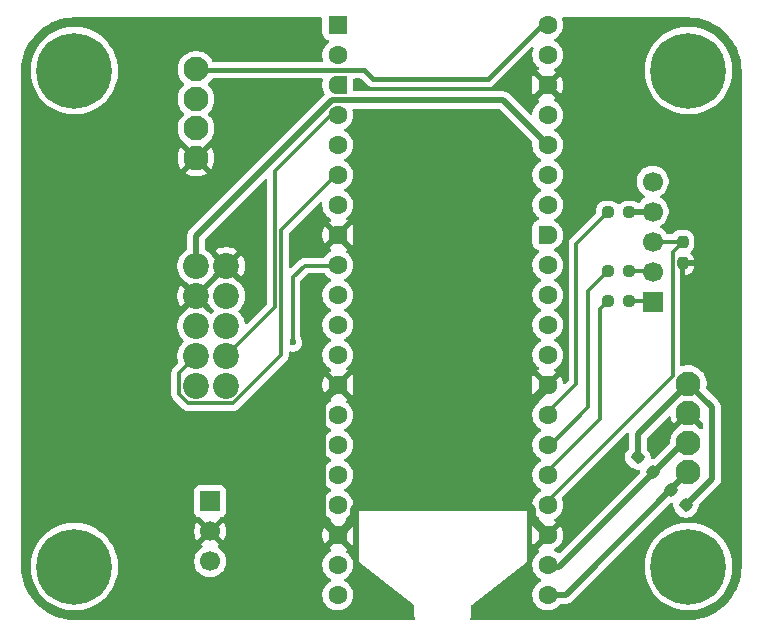
<source format=gbr>
%TF.GenerationSoftware,KiCad,Pcbnew,9.0.3*%
%TF.CreationDate,2025-08-16T20:23:22+09:00*%
%TF.ProjectId,ADF4351_with_raspberry_pi_pico,41444634-3335-4315-9f77-6974685f7261,rev?*%
%TF.SameCoordinates,Original*%
%TF.FileFunction,Copper,L2,Bot*%
%TF.FilePolarity,Positive*%
%FSLAX46Y46*%
G04 Gerber Fmt 4.6, Leading zero omitted, Abs format (unit mm)*
G04 Created by KiCad (PCBNEW 9.0.3) date 2025-08-16 20:23:22*
%MOMM*%
%LPD*%
G01*
G04 APERTURE LIST*
G04 Aperture macros list*
%AMRoundRect*
0 Rectangle with rounded corners*
0 $1 Rounding radius*
0 $2 $3 $4 $5 $6 $7 $8 $9 X,Y pos of 4 corners*
0 Add a 4 corners polygon primitive as box body*
4,1,4,$2,$3,$4,$5,$6,$7,$8,$9,$2,$3,0*
0 Add four circle primitives for the rounded corners*
1,1,$1+$1,$2,$3*
1,1,$1+$1,$4,$5*
1,1,$1+$1,$6,$7*
1,1,$1+$1,$8,$9*
0 Add four rect primitives between the rounded corners*
20,1,$1+$1,$2,$3,$4,$5,0*
20,1,$1+$1,$4,$5,$6,$7,0*
20,1,$1+$1,$6,$7,$8,$9,0*
20,1,$1+$1,$8,$9,$2,$3,0*%
%AMFreePoly0*
4,1,37,0.000000,0.796148,0.078414,0.796148,0.232228,0.765552,0.377117,0.705537,0.507515,0.618408,0.618408,0.507515,0.705537,0.377117,0.765552,0.232228,0.796148,0.078414,0.796148,-0.078414,0.765552,-0.232228,0.705537,-0.377117,0.618408,-0.507515,0.507515,-0.618408,0.377117,-0.705537,0.232228,-0.765552,0.078414,-0.796148,0.000000,-0.796148,0.000000,-0.800000,-0.600000,-0.800000,
-0.603843,-0.796157,-0.639018,-0.796157,-0.711114,-0.766294,-0.766294,-0.711114,-0.796157,-0.639018,-0.796157,-0.603843,-0.800000,-0.600000,-0.800000,0.600000,-0.796157,0.603843,-0.796157,0.639018,-0.766294,0.711114,-0.711114,0.766294,-0.639018,0.796157,-0.603843,0.796157,-0.600000,0.800000,0.000000,0.800000,0.000000,0.796148,0.000000,0.796148,$1*%
%AMFreePoly1*
4,1,37,0.603843,0.796157,0.639018,0.796157,0.711114,0.766294,0.766294,0.711114,0.796157,0.639018,0.796157,0.603843,0.800000,0.600000,0.800000,-0.600000,0.796157,-0.603843,0.796157,-0.639018,0.766294,-0.711114,0.711114,-0.766294,0.639018,-0.796157,0.603843,-0.796157,0.600000,-0.800000,0.000000,-0.800000,0.000000,-0.796148,-0.078414,-0.796148,-0.232228,-0.765552,-0.377117,-0.705537,
-0.507515,-0.618408,-0.618408,-0.507515,-0.705537,-0.377117,-0.765552,-0.232228,-0.796148,-0.078414,-0.796148,0.078414,-0.765552,0.232228,-0.705537,0.377117,-0.618408,0.507515,-0.507515,0.618408,-0.377117,0.705537,-0.232228,0.765552,-0.078414,0.796148,0.000000,0.796148,0.000000,0.800000,0.600000,0.800000,0.603843,0.796157,0.603843,0.796157,$1*%
G04 Aperture macros list end*
%TA.AperFunction,SMDPad,CuDef*%
%ADD10RoundRect,0.237500X0.237500X-0.250000X0.237500X0.250000X-0.237500X0.250000X-0.237500X-0.250000X0*%
%TD*%
%TA.AperFunction,ComponentPad*%
%ADD11C,2.200000*%
%TD*%
%TA.AperFunction,ComponentPad*%
%ADD12R,1.700000X1.700000*%
%TD*%
%TA.AperFunction,ComponentPad*%
%ADD13C,1.700000*%
%TD*%
%TA.AperFunction,ComponentPad*%
%ADD14C,2.100000*%
%TD*%
%TA.AperFunction,ComponentPad*%
%ADD15C,0.800000*%
%TD*%
%TA.AperFunction,ComponentPad*%
%ADD16C,6.400000*%
%TD*%
%TA.AperFunction,SMDPad,CuDef*%
%ADD17RoundRect,0.237500X-0.250000X-0.237500X0.250000X-0.237500X0.250000X0.237500X-0.250000X0.237500X0*%
%TD*%
%TA.AperFunction,SMDPad,CuDef*%
%ADD18RoundRect,0.237500X0.344715X-0.008839X-0.008839X0.344715X-0.344715X0.008839X0.008839X-0.344715X0*%
%TD*%
%TA.AperFunction,SMDPad,CuDef*%
%ADD19RoundRect,0.237500X-0.344715X0.008839X0.008839X-0.344715X0.344715X-0.008839X-0.008839X0.344715X0*%
%TD*%
%TA.AperFunction,ComponentPad*%
%ADD20C,1.600000*%
%TD*%
%TA.AperFunction,ComponentPad*%
%ADD21FreePoly0,0.000000*%
%TD*%
%TA.AperFunction,ComponentPad*%
%ADD22FreePoly1,0.000000*%
%TD*%
%TA.AperFunction,ComponentPad*%
%ADD23RoundRect,0.200000X-0.600000X-0.600000X0.600000X-0.600000X0.600000X0.600000X-0.600000X0.600000X0*%
%TD*%
%TA.AperFunction,ViaPad*%
%ADD24C,0.600000*%
%TD*%
%TA.AperFunction,Conductor*%
%ADD25C,0.500000*%
%TD*%
%TA.AperFunction,Conductor*%
%ADD26C,0.300000*%
%TD*%
%TA.AperFunction,Conductor*%
%ADD27C,0.800000*%
%TD*%
%TA.AperFunction,Conductor*%
%ADD28C,0.400000*%
%TD*%
G04 APERTURE END LIST*
D10*
%TO.P,R6,2*%
%TO.N,Encoder_PUSH*%
X143500000Y-90000000D03*
%TO.P,R6,1*%
%TO.N,GND*%
X143500000Y-91825000D03*
%TD*%
D11*
%TO.P,J2,1*%
%TO.N,GND*%
X104856000Y-92040000D03*
%TO.P,J2,2*%
%TO.N,+3.3V*%
X102316000Y-92040000D03*
%TO.P,J2,3*%
%TO.N,CE*%
X104856000Y-94580000D03*
%TO.P,J2,4*%
%TO.N,GND*%
X102316000Y-94580000D03*
%TO.P,J2,5*%
%TO.N,LE*%
X104856000Y-97120000D03*
%TO.P,J2,6*%
%TO.N,DAT*%
X102316000Y-97120000D03*
%TO.P,J2,7*%
%TO.N,CLK*%
X104856000Y-99660000D03*
%TO.P,J2,8*%
%TO.N,MUX*%
X102316000Y-99660000D03*
%TO.P,J2,9*%
%TO.N,LD*%
X104856000Y-102200000D03*
%TO.P,J2,10*%
%TO.N,PDR*%
X102316000Y-102200000D03*
%TD*%
D12*
%TO.P,J4,1,Pin_1*%
%TO.N,Encoder_A*%
X103500000Y-111960000D03*
D13*
%TO.P,J4,2,Pin_2*%
%TO.N,GND*%
X103500000Y-114500000D03*
%TO.P,J4,3,Pin_3*%
%TO.N,Encoder_B*%
X103500000Y-117040000D03*
%TD*%
D14*
%TO.P,J3,1*%
%TO.N,+5V*%
X102316000Y-75396000D03*
%TO.P,J3,2*%
%TO.N,UART0_TX*%
X102316000Y-77896000D03*
%TO.P,J3,3*%
%TO.N,UART0_RX*%
X102316000Y-80396000D03*
%TO.P,J3,4*%
%TO.N,GND*%
X102316000Y-82896000D03*
%TD*%
D15*
%TO.P,H1,1*%
%TO.N,N/C*%
X89600000Y-75500000D03*
X90302944Y-73802944D03*
X90302944Y-77197056D03*
X92000000Y-73100000D03*
D16*
X92000000Y-75500000D03*
D15*
X92000000Y-77900000D03*
X93697056Y-73802944D03*
X93697056Y-77197056D03*
X94400000Y-75500000D03*
%TD*%
%TO.P,H2,1*%
%TO.N,N/C*%
X89600000Y-117500000D03*
X90302944Y-115802944D03*
X90302944Y-119197056D03*
X92000000Y-115100000D03*
D16*
X92000000Y-117500000D03*
D15*
X92000000Y-119900000D03*
X93697056Y-115802944D03*
X93697056Y-119197056D03*
X94400000Y-117500000D03*
%TD*%
%TO.P,H3,1*%
%TO.N,N/C*%
X141600000Y-75500000D03*
X142302944Y-73802944D03*
X142302944Y-77197056D03*
X144000000Y-73100000D03*
D16*
X144000000Y-75500000D03*
D15*
X144000000Y-77900000D03*
X145697056Y-73802944D03*
X145697056Y-77197056D03*
X146400000Y-75500000D03*
%TD*%
D14*
%TO.P,J1,1*%
%TO.N,+3.3V*%
X144000000Y-102000000D03*
%TO.P,J1,2*%
%TO.N,GND*%
X144000000Y-104500000D03*
%TO.P,J1,3*%
%TO.N,I2C0_SCL*%
X144000000Y-107000000D03*
%TO.P,J1,4*%
%TO.N,I2C0_SDA*%
X144000000Y-109500000D03*
%TD*%
D12*
%TO.P,J5,1,Pin_1*%
%TO.N,Net-(J5-Pin_1)*%
X140975000Y-95050000D03*
D13*
%TO.P,J5,2,Pin_2*%
%TO.N,Net-(J5-Pin_2)*%
X140975000Y-92510000D03*
%TO.P,J5,3,Pin_3*%
%TO.N,Encoder_PUSH*%
X140975000Y-89970000D03*
%TO.P,J5,4,Pin_4*%
%TO.N,Net-(J5-Pin_4)*%
X140975000Y-87430000D03*
%TO.P,J5,5,Pin_5*%
%TO.N,+5V*%
X140975000Y-84890000D03*
%TD*%
D15*
%TO.P,H4,1*%
%TO.N,N/C*%
X141600000Y-117500000D03*
X142302944Y-115802944D03*
X142302944Y-119197056D03*
X144000000Y-115100000D03*
D16*
X144000000Y-117500000D03*
D15*
X144000000Y-119900000D03*
X145697056Y-115802944D03*
X145697056Y-119197056D03*
X146400000Y-117500000D03*
%TD*%
D17*
%TO.P,R3,1*%
%TO.N,Encoder_LED_RED*%
X137175000Y-95000000D03*
%TO.P,R3,2*%
%TO.N,Net-(J5-Pin_1)*%
X139000000Y-95000000D03*
%TD*%
D18*
%TO.P,R2,1*%
%TO.N,+3.3V*%
X143790470Y-112290470D03*
%TO.P,R2,2*%
%TO.N,I2C0_SDA*%
X142500000Y-111000000D03*
%TD*%
D17*
%TO.P,R5,1*%
%TO.N,Encoder_LED_BLUE*%
X137175000Y-87500000D03*
%TO.P,R5,2*%
%TO.N,Net-(J5-Pin_4)*%
X139000000Y-87500000D03*
%TD*%
D19*
%TO.P,R1,1*%
%TO.N,+3.3V*%
X139709530Y-108209530D03*
%TO.P,R1,2*%
%TO.N,I2C0_SCL*%
X141000000Y-109500000D03*
%TD*%
D17*
%TO.P,R4,1*%
%TO.N,Encoder_LED_GREEN*%
X137175000Y-92500000D03*
%TO.P,R4,2*%
%TO.N,Net-(J5-Pin_2)*%
X139000000Y-92500000D03*
%TD*%
D20*
%TO.P,A1,40,VBUS*%
%TO.N,+5V*%
X132080000Y-71628000D03*
%TO.P,A1,39,VSYS*%
%TO.N,unconnected-(A1-VSYS-Pad39)_1*%
X132080000Y-74168000D03*
D21*
%TO.P,A1,38,GND*%
%TO.N,GND*%
X132080000Y-76708000D03*
D20*
%TO.P,A1,37,3V3_EN*%
%TO.N,unconnected-(A1-3V3_EN-Pad37)*%
X132080000Y-79248000D03*
%TO.P,A1,36,3V3*%
%TO.N,+3.3V*%
X132080000Y-81788000D03*
%TO.P,A1,35,ADC_VREF*%
%TO.N,unconnected-(A1-ADC_VREF-Pad35)_1*%
X132080000Y-84328000D03*
%TO.P,A1,34,GPIO28_ADC2*%
%TO.N,unconnected-(A1-GPIO28_ADC2-Pad34)*%
X132080000Y-86868000D03*
D21*
%TO.P,A1,33,AGND*%
%TO.N,unconnected-(A1-AGND-Pad33)_1*%
X132080000Y-89408000D03*
D20*
%TO.P,A1,32,GPIO27_ADC1*%
%TO.N,unconnected-(A1-GPIO27_ADC1-Pad32)*%
X132080000Y-91948000D03*
%TO.P,A1,31,GPIO26_ADC0*%
%TO.N,unconnected-(A1-GPIO26_ADC0-Pad31)_1*%
X132080000Y-94488000D03*
%TO.P,A1,30,RUN*%
%TO.N,unconnected-(A1-RUN-Pad30)*%
X132080000Y-97028000D03*
%TO.P,A1,29,GPIO22*%
%TO.N,unconnected-(A1-GPIO22-Pad29)*%
X132080000Y-99568000D03*
D21*
%TO.P,A1,28,GND*%
%TO.N,GND*%
X132080000Y-102108000D03*
D20*
%TO.P,A1,27,GPIO21*%
%TO.N,Encoder_LED_BLUE*%
X132080000Y-104648000D03*
%TO.P,A1,26,GPIO20*%
%TO.N,Encoder_LED_GREEN*%
X132080000Y-107188000D03*
%TO.P,A1,25,GPIO19*%
%TO.N,Encoder_LED_RED*%
X132080000Y-109728000D03*
%TO.P,A1,24,GPIO18*%
%TO.N,Encoder_PUSH*%
X132080000Y-112268000D03*
D21*
%TO.P,A1,23,GND*%
%TO.N,GND*%
X132080000Y-114808000D03*
D20*
%TO.P,A1,22,GPIO17*%
%TO.N,I2C0_SCL*%
X132080000Y-117348000D03*
%TO.P,A1,21,GPIO16*%
%TO.N,I2C0_SDA*%
X132080000Y-119888000D03*
%TO.P,A1,20,GPIO15*%
%TO.N,unconnected-(A1-GPIO15-Pad20)_1*%
X114300000Y-119888000D03*
%TO.P,A1,19,GPIO14*%
%TO.N,unconnected-(A1-GPIO14-Pad19)_1*%
X114300000Y-117348000D03*
D22*
%TO.P,A1,18,GND*%
%TO.N,GND*%
X114300000Y-114808000D03*
D20*
%TO.P,A1,17,GPIO13*%
%TO.N,unconnected-(A1-GPIO13-Pad17)_1*%
X114300000Y-112268000D03*
%TO.P,A1,16,GPIO12*%
%TO.N,unconnected-(A1-GPIO12-Pad16)*%
X114300000Y-109728000D03*
%TO.P,A1,15,GPIO11*%
%TO.N,Encoder_B*%
X114300000Y-107188000D03*
%TO.P,A1,14,GPIO10*%
%TO.N,Encoder_A*%
X114300000Y-104648000D03*
D22*
%TO.P,A1,13,GND*%
%TO.N,GND*%
X114300000Y-102108000D03*
D20*
%TO.P,A1,12,GPIO9*%
%TO.N,unconnected-(A1-GPIO9-Pad12)*%
X114300000Y-99568000D03*
%TO.P,A1,11,GPIO8*%
%TO.N,LD*%
X114300000Y-97028000D03*
%TO.P,A1,10,GPIO7*%
%TO.N,LE*%
X114300000Y-94488000D03*
%TO.P,A1,9,GPIO6*%
%TO.N,PDR*%
X114300000Y-91948000D03*
D22*
%TO.P,A1,8,GND*%
%TO.N,GND*%
X114300000Y-89408000D03*
D20*
%TO.P,A1,7,GPIO5*%
%TO.N,CE*%
X114300000Y-86868000D03*
%TO.P,A1,6,GPIO4*%
%TO.N,MUX*%
X114300000Y-84328000D03*
%TO.P,A1,5,GPIO3*%
%TO.N,DAT*%
X114300000Y-81788000D03*
%TO.P,A1,4,GPIO2*%
%TO.N,CLK*%
X114300000Y-79248000D03*
D22*
%TO.P,A1,3,GND*%
%TO.N,GND*%
X114300000Y-76708000D03*
D20*
%TO.P,A1,2,GPIO1*%
%TO.N,UART0_RX*%
X114300000Y-74168000D03*
D23*
%TO.P,A1,1,GPIO0*%
%TO.N,UART0_TX*%
X114300000Y-71628000D03*
%TD*%
D24*
%TO.N,GND*%
X142240000Y-105664000D03*
X136906000Y-110363000D03*
X94284800Y-102057200D03*
X123063000Y-99441000D03*
X123063000Y-93218000D03*
X116586000Y-83820000D03*
X143637000Y-95885000D03*
X107823000Y-93472000D03*
X103759000Y-90170000D03*
X107696000Y-90043000D03*
X107950000Y-85852000D03*
X110490000Y-91186000D03*
X116078000Y-118237000D03*
X105664000Y-117221000D03*
X103759000Y-121285000D03*
X110998000Y-120904000D03*
X111125000Y-111252000D03*
X106045000Y-104648000D03*
X110871000Y-105537000D03*
X110871000Y-103505000D03*
X111125000Y-99822000D03*
X105283000Y-113157000D03*
X106045000Y-110490000D03*
X99568000Y-115697000D03*
X94869000Y-109728000D03*
X95250000Y-120904000D03*
X88036400Y-115570000D03*
X89408000Y-105664000D03*
X99822000Y-105029000D03*
X93116400Y-91795600D03*
X88519000Y-98755200D03*
X100330000Y-96774000D03*
X101092000Y-89535000D03*
X98044000Y-89662000D03*
X89865200Y-88696800D03*
X93980000Y-85217000D03*
X97536000Y-81026000D03*
X88773000Y-80772000D03*
X95250000Y-71628000D03*
X103759000Y-73787000D03*
X106807000Y-71501000D03*
X109728000Y-79756000D03*
X104775000Y-84963000D03*
X104648000Y-80264000D03*
X107950000Y-76708000D03*
X110617000Y-76708000D03*
X116078000Y-76708000D03*
X129667000Y-76073000D03*
X128270000Y-81534000D03*
X123317000Y-81280000D03*
X127000000Y-88265000D03*
X118745000Y-89535000D03*
X126873000Y-97028000D03*
X119126000Y-97155000D03*
X123190000Y-108839000D03*
X126746000Y-103505000D03*
X119253000Y-103759000D03*
X127127000Y-111760000D03*
X118999000Y-111760000D03*
X119126000Y-120523000D03*
X127889000Y-120523000D03*
X137541000Y-118872000D03*
X147574000Y-114554000D03*
X147955000Y-90678000D03*
X147955000Y-84963000D03*
X147828000Y-78867000D03*
X135382000Y-71628000D03*
X138557000Y-74041000D03*
X143129000Y-82931000D03*
X143510000Y-87630000D03*
X144145000Y-93599000D03*
X144018000Y-99949000D03*
X146177000Y-102108000D03*
X145542000Y-112268000D03*
X142494000Y-112649000D03*
X141097000Y-107569000D03*
X135001000Y-110871000D03*
X135128000Y-113665000D03*
X138938000Y-109728000D03*
X138226800Y-107645200D03*
X137033000Y-86106000D03*
X135255000Y-88011000D03*
X135382000Y-84328000D03*
X135128000Y-80645000D03*
X135382000Y-76708000D03*
X139700000Y-82931000D03*
X138430000Y-78867000D03*
X138430000Y-83820000D03*
%TO.N,PDR*%
X110500000Y-98500000D03*
%TD*%
D25*
%TO.N,+3.3V*%
X113781818Y-77997000D02*
X128289000Y-77997000D01*
X102316000Y-89462818D02*
X113781818Y-77997000D01*
X128289000Y-77997000D02*
X132080000Y-81788000D01*
X102316000Y-92040000D02*
X102316000Y-89462818D01*
%TO.N,Net-(J5-Pin_4)*%
X140905000Y-87500000D02*
X140975000Y-87430000D01*
X139000000Y-87500000D02*
X140905000Y-87500000D01*
D26*
%TO.N,Encoder_PUSH*%
X142674000Y-90826000D02*
X143500000Y-90000000D01*
X132080000Y-111938686D02*
X142674000Y-101344686D01*
X132080000Y-112268000D02*
X132080000Y-111938686D01*
X142674000Y-101344686D02*
X142674000Y-90826000D01*
X141005000Y-90000000D02*
X140975000Y-89970000D01*
X143500000Y-90000000D02*
X141005000Y-90000000D01*
%TO.N,Net-(J5-Pin_2)*%
X140965000Y-92500000D02*
X140975000Y-92510000D01*
X139000000Y-92500000D02*
X140965000Y-92500000D01*
%TO.N,Net-(J5-Pin_1)*%
X140925000Y-95000000D02*
X140975000Y-95050000D01*
X139000000Y-95000000D02*
X140925000Y-95000000D01*
%TO.N,Encoder_LED_RED*%
X136500000Y-105000000D02*
X132000000Y-109500000D01*
X136500000Y-95675000D02*
X136500000Y-105000000D01*
X137175000Y-95000000D02*
X136500000Y-95675000D01*
%TO.N,Encoder_LED_GREEN*%
X135500000Y-104000000D02*
X132000000Y-107500000D01*
X137175000Y-92500000D02*
X135500000Y-94175000D01*
X135500000Y-94175000D02*
X135500000Y-104000000D01*
%TO.N,Encoder_LED_BLUE*%
X134500000Y-102000000D02*
X132000000Y-104500000D01*
X134500000Y-90175000D02*
X134500000Y-102000000D01*
X137175000Y-87500000D02*
X134500000Y-90175000D01*
D25*
%TO.N,+3.3V*%
X143790470Y-112290470D02*
X146000000Y-110080940D01*
X146000000Y-110080940D02*
X146000000Y-104000000D01*
X146000000Y-104000000D02*
X144000000Y-102000000D01*
X139709530Y-106290470D02*
X144000000Y-102000000D01*
X139709530Y-108209530D02*
X139709530Y-106290470D01*
%TO.N,I2C0_SDA*%
X133612000Y-119888000D02*
X144000000Y-109500000D01*
X132080000Y-119888000D02*
X133612000Y-119888000D01*
%TO.N,I2C0_SCL*%
X133000000Y-117500000D02*
X132000000Y-117500000D01*
X143500000Y-107000000D02*
X133000000Y-117500000D01*
X144000000Y-107000000D02*
X143500000Y-107000000D01*
D26*
%TO.N,PDR*%
X111500000Y-92000000D02*
X114500000Y-92000000D01*
X110500000Y-93000000D02*
X111500000Y-92000000D01*
X110500000Y-98500000D02*
X110500000Y-93000000D01*
%TO.N,MUX*%
X109500000Y-99608024D02*
X109500000Y-89000000D01*
X100865000Y-102865000D02*
X101651000Y-103651000D01*
X109500000Y-89000000D02*
X114000000Y-84500000D01*
X100865000Y-101111000D02*
X100865000Y-102865000D01*
X105457024Y-103651000D02*
X109500000Y-99608024D01*
X102316000Y-99660000D02*
X100865000Y-101111000D01*
X101651000Y-103651000D02*
X105457024Y-103651000D01*
%TO.N,CLK*%
X109000000Y-84000000D02*
X114000000Y-79000000D01*
X109000000Y-95516000D02*
X109000000Y-84000000D01*
X104856000Y-99660000D02*
X109000000Y-95516000D01*
D27*
%TO.N,GND*%
X115689000Y-112591900D02*
X120584900Y-107696000D01*
X120584900Y-107696000D02*
X129540000Y-107696000D01*
X114300000Y-114808000D02*
X112899000Y-113407000D01*
X130691000Y-113419000D02*
X130691000Y-112591900D01*
X130691000Y-112591900D02*
X129540000Y-111440900D01*
X115689000Y-113419000D02*
X115689000Y-112591900D01*
X112899000Y-103509000D02*
X114300000Y-102108000D01*
X112899000Y-113407000D02*
X112899000Y-103509000D01*
X129540000Y-104648000D02*
X132080000Y-102108000D01*
X129540000Y-111440900D02*
X129540000Y-104648000D01*
X114300000Y-114808000D02*
X115689000Y-113419000D01*
X132080000Y-114808000D02*
X130691000Y-113419000D01*
D28*
%TO.N,+5V*%
X116563000Y-75461000D02*
X117302000Y-76200000D01*
X117302000Y-76200000D02*
X127000000Y-76200000D01*
X102381000Y-75461000D02*
X116563000Y-75461000D01*
X127000000Y-76200000D02*
X131572000Y-71628000D01*
X102316000Y-75396000D02*
X102381000Y-75461000D01*
D25*
%TO.N,Encoder_LED_BLUE*%
X132172000Y-104740000D02*
X132080000Y-104648000D01*
%TD*%
%TA.AperFunction,Conductor*%
%TO.N,GND*%
G36*
X112942539Y-71020185D02*
G01*
X112988294Y-71072989D01*
X112999500Y-71124500D01*
X112999500Y-72284613D01*
X113005913Y-72355192D01*
X113005913Y-72355194D01*
X113005914Y-72355196D01*
X113056522Y-72517606D01*
X113108617Y-72603782D01*
X113144530Y-72663188D01*
X113264811Y-72783469D01*
X113264813Y-72783470D01*
X113264815Y-72783472D01*
X113410394Y-72871478D01*
X113497566Y-72898641D01*
X113555712Y-72937378D01*
X113583686Y-73001403D01*
X113572605Y-73070388D01*
X113533560Y-73117344D01*
X113452782Y-73176032D01*
X113308028Y-73320786D01*
X113187715Y-73486386D01*
X113094781Y-73668776D01*
X113031522Y-73863465D01*
X112999500Y-74065648D01*
X112999500Y-74270352D01*
X113015322Y-74370248D01*
X113031523Y-74472535D01*
X113031523Y-74472538D01*
X113072348Y-74598182D01*
X113074343Y-74668023D01*
X113038263Y-74727856D01*
X112975562Y-74758684D01*
X112954417Y-74760500D01*
X103808350Y-74760500D01*
X103741311Y-74740815D01*
X103697866Y-74692796D01*
X103642106Y-74583361D01*
X103642104Y-74583358D01*
X103642103Y-74583356D01*
X103498660Y-74385923D01*
X103498656Y-74385918D01*
X103326081Y-74213343D01*
X103326076Y-74213339D01*
X103128642Y-74069896D01*
X103128641Y-74069895D01*
X103128639Y-74069894D01*
X102911185Y-73959096D01*
X102679076Y-73883679D01*
X102679074Y-73883678D01*
X102679072Y-73883678D01*
X102510769Y-73857021D01*
X102438027Y-73845500D01*
X102193973Y-73845500D01*
X102138093Y-73854350D01*
X101952927Y-73883678D01*
X101720812Y-73959097D01*
X101503357Y-74069896D01*
X101305923Y-74213339D01*
X101305918Y-74213343D01*
X101133343Y-74385918D01*
X101133339Y-74385923D01*
X100989896Y-74583357D01*
X100879097Y-74800812D01*
X100879096Y-74800814D01*
X100879096Y-74800815D01*
X100863241Y-74849613D01*
X100803678Y-75032927D01*
X100766503Y-75267642D01*
X100765500Y-75273973D01*
X100765500Y-75518027D01*
X100768914Y-75539584D01*
X100791438Y-75681794D01*
X100803679Y-75759076D01*
X100879096Y-75991185D01*
X100989568Y-76208000D01*
X100989896Y-76208642D01*
X101133339Y-76406076D01*
X101133343Y-76406081D01*
X101285581Y-76558319D01*
X101319066Y-76619642D01*
X101314082Y-76689334D01*
X101285581Y-76733681D01*
X101133343Y-76885918D01*
X101133339Y-76885923D01*
X100989896Y-77083357D01*
X100879097Y-77300812D01*
X100803678Y-77532927D01*
X100765500Y-77773973D01*
X100765500Y-78018026D01*
X100801480Y-78245197D01*
X100803679Y-78259076D01*
X100879096Y-78491185D01*
X100974205Y-78677848D01*
X100989896Y-78708642D01*
X101133339Y-78906076D01*
X101133343Y-78906081D01*
X101285581Y-79058319D01*
X101319066Y-79119642D01*
X101314082Y-79189334D01*
X101285581Y-79233681D01*
X101133343Y-79385918D01*
X101133339Y-79385923D01*
X100989896Y-79583357D01*
X100879097Y-79800812D01*
X100803678Y-80032927D01*
X100793813Y-80095213D01*
X100765500Y-80273973D01*
X100765500Y-80518027D01*
X100803679Y-80759076D01*
X100862720Y-80940786D01*
X100879097Y-80991187D01*
X100989896Y-81208642D01*
X101133339Y-81406076D01*
X101133343Y-81406081D01*
X101133345Y-81406083D01*
X101305917Y-81578655D01*
X101467308Y-81695912D01*
X101482097Y-81708544D01*
X102145765Y-82372212D01*
X102103708Y-82383482D01*
X101978292Y-82455890D01*
X101875890Y-82558292D01*
X101803482Y-82683708D01*
X101792212Y-82725765D01*
X101057544Y-81991097D01*
X100990319Y-82083626D01*
X100879560Y-82301001D01*
X100804165Y-82533040D01*
X100766000Y-82774006D01*
X100766000Y-83017993D01*
X100804165Y-83258959D01*
X100879560Y-83490998D01*
X100990323Y-83708380D01*
X101057543Y-83800901D01*
X101057544Y-83800902D01*
X101792212Y-83066234D01*
X101803482Y-83108292D01*
X101875890Y-83233708D01*
X101978292Y-83336110D01*
X102103708Y-83408518D01*
X102145765Y-83419787D01*
X101411096Y-84154454D01*
X101411097Y-84154456D01*
X101503619Y-84221676D01*
X101721001Y-84332439D01*
X101953040Y-84407834D01*
X102194007Y-84446000D01*
X102437993Y-84446000D01*
X102678959Y-84407834D01*
X102910998Y-84332439D01*
X103128377Y-84221678D01*
X103220901Y-84154454D01*
X103220902Y-84154454D01*
X102486234Y-83419787D01*
X102528292Y-83408518D01*
X102653708Y-83336110D01*
X102756110Y-83233708D01*
X102828518Y-83108292D01*
X102839787Y-83066235D01*
X103574454Y-83800902D01*
X103574454Y-83800901D01*
X103641678Y-83708377D01*
X103752439Y-83490998D01*
X103827834Y-83258959D01*
X103866000Y-83017993D01*
X103866000Y-82774006D01*
X103827834Y-82533040D01*
X103752439Y-82301001D01*
X103641676Y-82083619D01*
X103574456Y-81991097D01*
X103574454Y-81991096D01*
X102839787Y-82725764D01*
X102828518Y-82683708D01*
X102756110Y-82558292D01*
X102653708Y-82455890D01*
X102528292Y-82383482D01*
X102486232Y-82372212D01*
X103149901Y-81708544D01*
X103164684Y-81695917D01*
X103326083Y-81578655D01*
X103498655Y-81406083D01*
X103642106Y-81208639D01*
X103752904Y-80991185D01*
X103828321Y-80759076D01*
X103866500Y-80518027D01*
X103866500Y-80273973D01*
X103828321Y-80032924D01*
X103752904Y-79800815D01*
X103642106Y-79583361D01*
X103538235Y-79440394D01*
X103498660Y-79385923D01*
X103498656Y-79385918D01*
X103346419Y-79233681D01*
X103312934Y-79172358D01*
X103317918Y-79102666D01*
X103346419Y-79058319D01*
X103416353Y-78988385D01*
X103498655Y-78906083D01*
X103642106Y-78708639D01*
X103752904Y-78491185D01*
X103828321Y-78259076D01*
X103866500Y-78018027D01*
X103866500Y-77773973D01*
X103828321Y-77532924D01*
X103752904Y-77300815D01*
X103642106Y-77083361D01*
X103592444Y-77015007D01*
X103498660Y-76885923D01*
X103498656Y-76885918D01*
X103346419Y-76733681D01*
X103312934Y-76672358D01*
X103317918Y-76602666D01*
X103346419Y-76558319D01*
X103389731Y-76515007D01*
X103498655Y-76406083D01*
X103573442Y-76303147D01*
X103639218Y-76212615D01*
X103694548Y-76169949D01*
X103739536Y-76161500D01*
X112933359Y-76161500D01*
X113000398Y-76181185D01*
X113046153Y-76233989D01*
X113056097Y-76303147D01*
X113052020Y-76321495D01*
X113035444Y-76376135D01*
X113004701Y-76530697D01*
X113004701Y-76530700D01*
X112995000Y-76629210D01*
X112995000Y-76786789D01*
X113004701Y-76885299D01*
X113004701Y-76885302D01*
X113035444Y-77039864D01*
X113064185Y-77134612D01*
X113124490Y-77280198D01*
X113171160Y-77367511D01*
X113186231Y-77390065D01*
X113207110Y-77456742D01*
X113188626Y-77524123D01*
X113170811Y-77546638D01*
X101733045Y-88984404D01*
X101707710Y-89022324D01*
X101707709Y-89022326D01*
X101650914Y-89107325D01*
X101594343Y-89243900D01*
X101594340Y-89243910D01*
X101565500Y-89388897D01*
X101565500Y-90550128D01*
X101545815Y-90617167D01*
X101497797Y-90660612D01*
X101477151Y-90671131D01*
X101273350Y-90819201D01*
X101273345Y-90819205D01*
X101095205Y-90997345D01*
X101095201Y-90997350D01*
X100947132Y-91201151D01*
X100832760Y-91425616D01*
X100754910Y-91665214D01*
X100715500Y-91914038D01*
X100715500Y-92165961D01*
X100754910Y-92414785D01*
X100832760Y-92654383D01*
X100880437Y-92747953D01*
X100946995Y-92878581D01*
X100947132Y-92878848D01*
X101095201Y-93082649D01*
X101095205Y-93082654D01*
X101273345Y-93260794D01*
X101273350Y-93260798D01*
X101477153Y-93408869D01*
X101503018Y-93422048D01*
X101534405Y-93444852D01*
X102104940Y-94015387D01*
X102084409Y-94020889D01*
X101947592Y-94099881D01*
X101835881Y-94211592D01*
X101756889Y-94348409D01*
X101751387Y-94368940D01*
X101021748Y-93639300D01*
X101021747Y-93639301D01*
X100947559Y-93741413D01*
X100833219Y-93965815D01*
X100755397Y-94205330D01*
X100716000Y-94454071D01*
X100716000Y-94705928D01*
X100755397Y-94954669D01*
X100833219Y-95194184D01*
X100947557Y-95418583D01*
X101021748Y-95520697D01*
X101021748Y-95520698D01*
X101751387Y-94791059D01*
X101756889Y-94811591D01*
X101835881Y-94948408D01*
X101947592Y-95060119D01*
X102084409Y-95139111D01*
X102104940Y-95144612D01*
X101534404Y-95715147D01*
X101503023Y-95737948D01*
X101477152Y-95751131D01*
X101273350Y-95899201D01*
X101273345Y-95899205D01*
X101095205Y-96077345D01*
X101095201Y-96077350D01*
X100947132Y-96281151D01*
X100832760Y-96505616D01*
X100754910Y-96745214D01*
X100715500Y-96994038D01*
X100715500Y-97245961D01*
X100754910Y-97494785D01*
X100832760Y-97734383D01*
X100947132Y-97958848D01*
X101095201Y-98162649D01*
X101095205Y-98162654D01*
X101234870Y-98302319D01*
X101268355Y-98363642D01*
X101263371Y-98433334D01*
X101234870Y-98477681D01*
X101095205Y-98617345D01*
X101095201Y-98617350D01*
X100947132Y-98821151D01*
X100832760Y-99045616D01*
X100754910Y-99285214D01*
X100715500Y-99534038D01*
X100715500Y-99785961D01*
X100754910Y-100034786D01*
X100754910Y-100034789D01*
X100796749Y-100163554D01*
X100798744Y-100233395D01*
X100766499Y-100289553D01*
X100359724Y-100696328D01*
X100308347Y-100773221D01*
X100288535Y-100802871D01*
X100239499Y-100921255D01*
X100239497Y-100921261D01*
X100214500Y-101046928D01*
X100214500Y-102929070D01*
X100236449Y-103039409D01*
X100236449Y-103039411D01*
X100239497Y-103054736D01*
X100239501Y-103054749D01*
X100288532Y-103173123D01*
X100359726Y-103279673D01*
X101236326Y-104156273D01*
X101236329Y-104156275D01*
X101236331Y-104156277D01*
X101342873Y-104227465D01*
X101461256Y-104276501D01*
X101461260Y-104276501D01*
X101461261Y-104276502D01*
X101586928Y-104301500D01*
X101586931Y-104301500D01*
X105521095Y-104301500D01*
X105605639Y-104284682D01*
X105646768Y-104276501D01*
X105765151Y-104227465D01*
X105871693Y-104156277D01*
X106973234Y-103054736D01*
X108089489Y-101938482D01*
X110005271Y-100022699D01*
X110005276Y-100022694D01*
X110076465Y-99916151D01*
X110125501Y-99797768D01*
X110135677Y-99746611D01*
X110150500Y-99672093D01*
X110150500Y-99397757D01*
X110170185Y-99330718D01*
X110222989Y-99284963D01*
X110292147Y-99275019D01*
X110298692Y-99276140D01*
X110421155Y-99300500D01*
X110421158Y-99300500D01*
X110578844Y-99300500D01*
X110578845Y-99300499D01*
X110733497Y-99269737D01*
X110879179Y-99209394D01*
X111010289Y-99121789D01*
X111121789Y-99010289D01*
X111209394Y-98879179D01*
X111269737Y-98733497D01*
X111300500Y-98578842D01*
X111300500Y-98421158D01*
X111300500Y-98421155D01*
X111300499Y-98421153D01*
X111284514Y-98340793D01*
X111269737Y-98266503D01*
X111237019Y-98187515D01*
X111209397Y-98120828D01*
X111209396Y-98120827D01*
X111209394Y-98120821D01*
X111171396Y-98063953D01*
X111150520Y-97997276D01*
X111150500Y-97995064D01*
X111150500Y-93320808D01*
X111170185Y-93253769D01*
X111186819Y-93233127D01*
X111733127Y-92686819D01*
X111794450Y-92653334D01*
X111820808Y-92650500D01*
X113139709Y-92650500D01*
X113206748Y-92670185D01*
X113240028Y-92701616D01*
X113308030Y-92795215D01*
X113452786Y-92939971D01*
X113607749Y-93052556D01*
X113618390Y-93060287D01*
X113709840Y-93106883D01*
X113711080Y-93107515D01*
X113761876Y-93155490D01*
X113778671Y-93223311D01*
X113756134Y-93289446D01*
X113711080Y-93328485D01*
X113618386Y-93375715D01*
X113452786Y-93496028D01*
X113308028Y-93640786D01*
X113187715Y-93806386D01*
X113094781Y-93988776D01*
X113031522Y-94183465D01*
X112999500Y-94385648D01*
X112999500Y-94590351D01*
X113031522Y-94792534D01*
X113094781Y-94987223D01*
X113187715Y-95169613D01*
X113308028Y-95335213D01*
X113452786Y-95479971D01*
X113575602Y-95569200D01*
X113618390Y-95600287D01*
X113709840Y-95646883D01*
X113711080Y-95647515D01*
X113761876Y-95695490D01*
X113778671Y-95763311D01*
X113756134Y-95829446D01*
X113711080Y-95868485D01*
X113618386Y-95915715D01*
X113452786Y-96036028D01*
X113308028Y-96180786D01*
X113187715Y-96346386D01*
X113094781Y-96528776D01*
X113031522Y-96723465D01*
X113005810Y-96885807D01*
X112999500Y-96925648D01*
X112999500Y-97130352D01*
X113003878Y-97157995D01*
X113031522Y-97332534D01*
X113094781Y-97527223D01*
X113187715Y-97709613D01*
X113308028Y-97875213D01*
X113452786Y-98019971D01*
X113591597Y-98120821D01*
X113618390Y-98140287D01*
X113709840Y-98186883D01*
X113711080Y-98187515D01*
X113761876Y-98235490D01*
X113778671Y-98303311D01*
X113756134Y-98369446D01*
X113711080Y-98408485D01*
X113618386Y-98455715D01*
X113452786Y-98576028D01*
X113308028Y-98720786D01*
X113187715Y-98886386D01*
X113094781Y-99068776D01*
X113031522Y-99263465D01*
X112999500Y-99465648D01*
X112999500Y-99670351D01*
X113031522Y-99872534D01*
X113094781Y-100067223D01*
X113187715Y-100249613D01*
X113308028Y-100415213D01*
X113452786Y-100559971D01*
X113618388Y-100680286D01*
X113618390Y-100680287D01*
X113704294Y-100724057D01*
X113755090Y-100772031D01*
X113771886Y-100839852D01*
X113749349Y-100905987D01*
X113706455Y-100943899D01*
X113640497Y-100979155D01*
X113571086Y-101025534D01*
X113571085Y-101025534D01*
X114170589Y-101625037D01*
X114107007Y-101642075D01*
X113992993Y-101707901D01*
X113899901Y-101800993D01*
X113834075Y-101915007D01*
X113817037Y-101978588D01*
X113217534Y-101379085D01*
X113217534Y-101379086D01*
X113171158Y-101448493D01*
X113124490Y-101535801D01*
X113064185Y-101681387D01*
X113035444Y-101776135D01*
X113004701Y-101930697D01*
X113004701Y-101930700D01*
X112995000Y-102029210D01*
X112995000Y-102186789D01*
X113004701Y-102285299D01*
X113004701Y-102285302D01*
X113035444Y-102439864D01*
X113064185Y-102534612D01*
X113124490Y-102680198D01*
X113171155Y-102767501D01*
X113171161Y-102767511D01*
X113217534Y-102836912D01*
X113817037Y-102237410D01*
X113834075Y-102300993D01*
X113899901Y-102415007D01*
X113992993Y-102508099D01*
X114107007Y-102573925D01*
X114170589Y-102590962D01*
X113571085Y-103190465D01*
X113640488Y-103236838D01*
X113640498Y-103236844D01*
X113706454Y-103272099D01*
X113756298Y-103321062D01*
X113771758Y-103389200D01*
X113747926Y-103454879D01*
X113704295Y-103491942D01*
X113618386Y-103535715D01*
X113452786Y-103656028D01*
X113308028Y-103800786D01*
X113187715Y-103966386D01*
X113094781Y-104148776D01*
X113031522Y-104343465D01*
X112999500Y-104545648D01*
X112999500Y-104750351D01*
X113031522Y-104952534D01*
X113094781Y-105147223D01*
X113187715Y-105329613D01*
X113308028Y-105495213D01*
X113452786Y-105639971D01*
X113607749Y-105752556D01*
X113618390Y-105760287D01*
X113709840Y-105806883D01*
X113711080Y-105807515D01*
X113761876Y-105855490D01*
X113778671Y-105923311D01*
X113756134Y-105989446D01*
X113711080Y-106028485D01*
X113618386Y-106075715D01*
X113452786Y-106196028D01*
X113308028Y-106340786D01*
X113187715Y-106506386D01*
X113094781Y-106688776D01*
X113031522Y-106883465D01*
X112999500Y-107085648D01*
X112999500Y-107290351D01*
X113031522Y-107492534D01*
X113094781Y-107687223D01*
X113187715Y-107869613D01*
X113308028Y-108035213D01*
X113452786Y-108179971D01*
X113549175Y-108250000D01*
X113618390Y-108300287D01*
X113705744Y-108344796D01*
X113711080Y-108347515D01*
X113761876Y-108395490D01*
X113778671Y-108463311D01*
X113756134Y-108529446D01*
X113711080Y-108568485D01*
X113618386Y-108615715D01*
X113452786Y-108736028D01*
X113308028Y-108880786D01*
X113187715Y-109046386D01*
X113094781Y-109228776D01*
X113031522Y-109423465D01*
X112999500Y-109625648D01*
X112999500Y-109830352D01*
X113002825Y-109851342D01*
X113031522Y-110032534D01*
X113094781Y-110227223D01*
X113187715Y-110409613D01*
X113308028Y-110575213D01*
X113452786Y-110719971D01*
X113607749Y-110832556D01*
X113618390Y-110840287D01*
X113709840Y-110886883D01*
X113711080Y-110887515D01*
X113761876Y-110935490D01*
X113778671Y-111003311D01*
X113756134Y-111069446D01*
X113711080Y-111108485D01*
X113618386Y-111155715D01*
X113452786Y-111276028D01*
X113308028Y-111420786D01*
X113187715Y-111586386D01*
X113094781Y-111768776D01*
X113031522Y-111963465D01*
X112999500Y-112165648D01*
X112999500Y-112370351D01*
X113031522Y-112572534D01*
X113094781Y-112767223D01*
X113158691Y-112892653D01*
X113171343Y-112917483D01*
X113187715Y-112949613D01*
X113308028Y-113115213D01*
X113452786Y-113259971D01*
X113618388Y-113380286D01*
X113618390Y-113380287D01*
X113704294Y-113424057D01*
X113755090Y-113472031D01*
X113771886Y-113539852D01*
X113749349Y-113605987D01*
X113706455Y-113643899D01*
X113640497Y-113679155D01*
X113571086Y-113725534D01*
X113571085Y-113725534D01*
X114170589Y-114325037D01*
X114107007Y-114342075D01*
X113992993Y-114407901D01*
X113899901Y-114500993D01*
X113834075Y-114615007D01*
X113817037Y-114678588D01*
X113217534Y-114079085D01*
X113217534Y-114079086D01*
X113171158Y-114148493D01*
X113124490Y-114235801D01*
X113064185Y-114381387D01*
X113035444Y-114476135D01*
X113004701Y-114630697D01*
X113004701Y-114630700D01*
X112995000Y-114729210D01*
X112995000Y-114886789D01*
X113004701Y-114985299D01*
X113004701Y-114985302D01*
X113035444Y-115139864D01*
X113064185Y-115234612D01*
X113124490Y-115380198D01*
X113171155Y-115467501D01*
X113171161Y-115467511D01*
X113217534Y-115536912D01*
X113817037Y-114937410D01*
X113834075Y-115000993D01*
X113899901Y-115115007D01*
X113992993Y-115208099D01*
X114107007Y-115273925D01*
X114170589Y-115290962D01*
X113571085Y-115890465D01*
X113640488Y-115936838D01*
X113640498Y-115936844D01*
X113706454Y-115972099D01*
X113756298Y-116021062D01*
X113771758Y-116089200D01*
X113747926Y-116154879D01*
X113704295Y-116191942D01*
X113618386Y-116235715D01*
X113452786Y-116356028D01*
X113308028Y-116500786D01*
X113187715Y-116666386D01*
X113094781Y-116848776D01*
X113031522Y-117043465D01*
X112999500Y-117245648D01*
X112999500Y-117450351D01*
X113031522Y-117652534D01*
X113094781Y-117847223D01*
X113187715Y-118029613D01*
X113308028Y-118195213D01*
X113452786Y-118339971D01*
X113607749Y-118452556D01*
X113618390Y-118460287D01*
X113709840Y-118506883D01*
X113711080Y-118507515D01*
X113761876Y-118555490D01*
X113778671Y-118623311D01*
X113756134Y-118689446D01*
X113711080Y-118728485D01*
X113618386Y-118775715D01*
X113452786Y-118896028D01*
X113308028Y-119040786D01*
X113187715Y-119206386D01*
X113094781Y-119388776D01*
X113031522Y-119583465D01*
X112999500Y-119785648D01*
X112999500Y-119990351D01*
X113031522Y-120192534D01*
X113094781Y-120387223D01*
X113187715Y-120569613D01*
X113308028Y-120735213D01*
X113452786Y-120879971D01*
X113607749Y-120992556D01*
X113618390Y-121000287D01*
X113731676Y-121058009D01*
X113800776Y-121093218D01*
X113800778Y-121093218D01*
X113800781Y-121093220D01*
X113905137Y-121127127D01*
X113995465Y-121156477D01*
X114096557Y-121172488D01*
X114197648Y-121188500D01*
X114197649Y-121188500D01*
X114402351Y-121188500D01*
X114402352Y-121188500D01*
X114604534Y-121156477D01*
X114799219Y-121093220D01*
X114981610Y-121000287D01*
X115074590Y-120932732D01*
X115147213Y-120879971D01*
X115147215Y-120879968D01*
X115147219Y-120879966D01*
X115291966Y-120735219D01*
X115291968Y-120735215D01*
X115291971Y-120735213D01*
X115362236Y-120638500D01*
X115412287Y-120569610D01*
X115505220Y-120387219D01*
X115568477Y-120192534D01*
X115600500Y-119990352D01*
X115600500Y-119785648D01*
X115568477Y-119583466D01*
X115505220Y-119388781D01*
X115505218Y-119388778D01*
X115505218Y-119388776D01*
X115471503Y-119322607D01*
X115412287Y-119206390D01*
X115358587Y-119132477D01*
X115291971Y-119040786D01*
X115147213Y-118896028D01*
X114981614Y-118775715D01*
X114927542Y-118748164D01*
X114888917Y-118728483D01*
X114838123Y-118680511D01*
X114821328Y-118612690D01*
X114843865Y-118546555D01*
X114888917Y-118507516D01*
X114981610Y-118460287D01*
X115064297Y-118400212D01*
X115147213Y-118339971D01*
X115147215Y-118339968D01*
X115147219Y-118339966D01*
X115291966Y-118195219D01*
X115291968Y-118195215D01*
X115291971Y-118195213D01*
X115382863Y-118070109D01*
X115412287Y-118029610D01*
X115505220Y-117847219D01*
X115568477Y-117652534D01*
X115600500Y-117450352D01*
X115600500Y-117245648D01*
X115568477Y-117043466D01*
X115505220Y-116848781D01*
X115505218Y-116848778D01*
X115505218Y-116848776D01*
X115471503Y-116782607D01*
X115412287Y-116666390D01*
X115404556Y-116655749D01*
X115291971Y-116500786D01*
X115147217Y-116356032D01*
X115070415Y-116300232D01*
X115027750Y-116244902D01*
X115021771Y-116175288D01*
X115054377Y-116113494D01*
X115112640Y-116079765D01*
X115133039Y-116074559D01*
X115189584Y-116051136D01*
X115189584Y-116051135D01*
X114429410Y-115290962D01*
X114492993Y-115273925D01*
X114607007Y-115208099D01*
X114700099Y-115115007D01*
X114765925Y-115000993D01*
X114782962Y-114937411D01*
X115543135Y-115697584D01*
X115543136Y-115697584D01*
X115566552Y-115641053D01*
X115584544Y-115590053D01*
X115604999Y-115447780D01*
X115605000Y-115447779D01*
X115605000Y-114168214D01*
X115602106Y-114114237D01*
X115602106Y-114114235D01*
X115566561Y-113974969D01*
X115566559Y-113974962D01*
X115543135Y-113918414D01*
X114782962Y-114678588D01*
X114765925Y-114615007D01*
X114700099Y-114500993D01*
X114607007Y-114407901D01*
X114492993Y-114342075D01*
X114429410Y-114325037D01*
X115189584Y-113564862D01*
X115133059Y-113541449D01*
X115133048Y-113541445D01*
X115104374Y-113531329D01*
X115047703Y-113490462D01*
X115022122Y-113425443D01*
X115035754Y-113356916D01*
X115072745Y-113314074D01*
X115147215Y-113259969D01*
X115147215Y-113259968D01*
X115147219Y-113259966D01*
X115291966Y-113115219D01*
X115291968Y-113115215D01*
X115291971Y-113115213D01*
X115344732Y-113042590D01*
X115412287Y-112949610D01*
X115505220Y-112767219D01*
X115568477Y-112572534D01*
X115600500Y-112370352D01*
X115600500Y-112165648D01*
X115587813Y-112085549D01*
X115568477Y-111963465D01*
X115505218Y-111768776D01*
X115466278Y-111692353D01*
X115412287Y-111586390D01*
X115404556Y-111575749D01*
X115291971Y-111420786D01*
X115147213Y-111276028D01*
X114981614Y-111155715D01*
X114975006Y-111152348D01*
X114888917Y-111108483D01*
X114838123Y-111060511D01*
X114821328Y-110992690D01*
X114843865Y-110926555D01*
X114888917Y-110887516D01*
X114981610Y-110840287D01*
X115002770Y-110824913D01*
X115147213Y-110719971D01*
X115147215Y-110719968D01*
X115147219Y-110719966D01*
X115291966Y-110575219D01*
X115291968Y-110575215D01*
X115291971Y-110575213D01*
X115344767Y-110502544D01*
X115412287Y-110409610D01*
X115505220Y-110227219D01*
X115568477Y-110032534D01*
X115600500Y-109830352D01*
X115600500Y-109625648D01*
X115568477Y-109423466D01*
X115561626Y-109402382D01*
X115512913Y-109252458D01*
X115505220Y-109228781D01*
X115505218Y-109228778D01*
X115505218Y-109228776D01*
X115445142Y-109110872D01*
X115412287Y-109046390D01*
X115404556Y-109035749D01*
X115291971Y-108880786D01*
X115147213Y-108736028D01*
X114981614Y-108615715D01*
X114968413Y-108608989D01*
X114888917Y-108568483D01*
X114838123Y-108520511D01*
X114821328Y-108452690D01*
X114843865Y-108386555D01*
X114888917Y-108347516D01*
X114981610Y-108300287D01*
X115050825Y-108250000D01*
X115147213Y-108179971D01*
X115147215Y-108179968D01*
X115147219Y-108179966D01*
X115291966Y-108035219D01*
X115291968Y-108035215D01*
X115291971Y-108035213D01*
X115377073Y-107918078D01*
X115412287Y-107869610D01*
X115505220Y-107687219D01*
X115568477Y-107492534D01*
X115600500Y-107290352D01*
X115600500Y-107085648D01*
X115568477Y-106883466D01*
X115566692Y-106877973D01*
X115505218Y-106688776D01*
X115452677Y-106585660D01*
X115412287Y-106506390D01*
X115404556Y-106495749D01*
X115291971Y-106340786D01*
X115147213Y-106196028D01*
X114981614Y-106075715D01*
X114973453Y-106071557D01*
X114888917Y-106028483D01*
X114838123Y-105980511D01*
X114821328Y-105912690D01*
X114843865Y-105846555D01*
X114888917Y-105807516D01*
X114981610Y-105760287D01*
X115064462Y-105700092D01*
X115147213Y-105639971D01*
X115147215Y-105639968D01*
X115147219Y-105639966D01*
X115291966Y-105495219D01*
X115291968Y-105495215D01*
X115291971Y-105495213D01*
X115350486Y-105414673D01*
X115412287Y-105329610D01*
X115505220Y-105147219D01*
X115568477Y-104952534D01*
X115600500Y-104750352D01*
X115600500Y-104545648D01*
X115568477Y-104343466D01*
X115554841Y-104301500D01*
X115509610Y-104162292D01*
X115505220Y-104148781D01*
X115505218Y-104148778D01*
X115505218Y-104148776D01*
X115459928Y-104059890D01*
X115412287Y-103966390D01*
X115383000Y-103926079D01*
X115291971Y-103800786D01*
X115147217Y-103656032D01*
X115070415Y-103600232D01*
X115027750Y-103544902D01*
X115021771Y-103475288D01*
X115054377Y-103413494D01*
X115112640Y-103379765D01*
X115133039Y-103374559D01*
X115189584Y-103351136D01*
X115189584Y-103351135D01*
X114429410Y-102590962D01*
X114492993Y-102573925D01*
X114607007Y-102508099D01*
X114700099Y-102415007D01*
X114765925Y-102300993D01*
X114782962Y-102237411D01*
X115543135Y-102997584D01*
X115543136Y-102997584D01*
X115566552Y-102941053D01*
X115584544Y-102890053D01*
X115604999Y-102747780D01*
X115605000Y-102747779D01*
X115605000Y-101468224D01*
X115604999Y-101468204D01*
X115602106Y-101414237D01*
X115602106Y-101414235D01*
X115566561Y-101274969D01*
X115566559Y-101274962D01*
X115543135Y-101218414D01*
X114782962Y-101978588D01*
X114765925Y-101915007D01*
X114700099Y-101800993D01*
X114607007Y-101707901D01*
X114492993Y-101642075D01*
X114429410Y-101625037D01*
X115189584Y-100864862D01*
X115133059Y-100841449D01*
X115133048Y-100841445D01*
X115104374Y-100831329D01*
X115047703Y-100790462D01*
X115022122Y-100725443D01*
X115035754Y-100656916D01*
X115072745Y-100614074D01*
X115147215Y-100559969D01*
X115147215Y-100559968D01*
X115147219Y-100559966D01*
X115291966Y-100415219D01*
X115291968Y-100415215D01*
X115291971Y-100415213D01*
X115344732Y-100342590D01*
X115412287Y-100249610D01*
X115505220Y-100067219D01*
X115568477Y-99872534D01*
X115600500Y-99670352D01*
X115600500Y-99465648D01*
X115571882Y-99284963D01*
X115568477Y-99263465D01*
X115522442Y-99121786D01*
X115505220Y-99068781D01*
X115505218Y-99068778D01*
X115505218Y-99068776D01*
X115471503Y-99002607D01*
X115412287Y-98886390D01*
X115404556Y-98875749D01*
X115291971Y-98720786D01*
X115147213Y-98576028D01*
X114981614Y-98455715D01*
X114949215Y-98439207D01*
X114888917Y-98408483D01*
X114838123Y-98360511D01*
X114821328Y-98292690D01*
X114843865Y-98226555D01*
X114888917Y-98187516D01*
X114981610Y-98140287D01*
X115044042Y-98094928D01*
X115147213Y-98019971D01*
X115147215Y-98019968D01*
X115147219Y-98019966D01*
X115291966Y-97875219D01*
X115291968Y-97875215D01*
X115291971Y-97875213D01*
X115344732Y-97802590D01*
X115412287Y-97709610D01*
X115505220Y-97527219D01*
X115568477Y-97332534D01*
X115600500Y-97130352D01*
X115600500Y-96925648D01*
X115594190Y-96885807D01*
X115568477Y-96723465D01*
X115505218Y-96528776D01*
X115439857Y-96400500D01*
X115412287Y-96346390D01*
X115404556Y-96335749D01*
X115291971Y-96180786D01*
X115147213Y-96036028D01*
X114981614Y-95915715D01*
X114949203Y-95899201D01*
X114888917Y-95868483D01*
X114838123Y-95820511D01*
X114821328Y-95752690D01*
X114843865Y-95686555D01*
X114888917Y-95647516D01*
X114981610Y-95600287D01*
X115091156Y-95520698D01*
X115147213Y-95479971D01*
X115147215Y-95479968D01*
X115147219Y-95479966D01*
X115291966Y-95335219D01*
X115291968Y-95335215D01*
X115291971Y-95335213D01*
X115356384Y-95246554D01*
X115412287Y-95169610D01*
X115505220Y-94987219D01*
X115568477Y-94792534D01*
X115600500Y-94590352D01*
X115600500Y-94385648D01*
X115585925Y-94293629D01*
X115568477Y-94183465D01*
X115520181Y-94034826D01*
X115505220Y-93988781D01*
X115505218Y-93988778D01*
X115505218Y-93988776D01*
X115454506Y-93889250D01*
X115412287Y-93806390D01*
X115404556Y-93795749D01*
X115291971Y-93640786D01*
X115147213Y-93496028D01*
X114981614Y-93375715D01*
X114949203Y-93359201D01*
X114888917Y-93328483D01*
X114838123Y-93280511D01*
X114821328Y-93212690D01*
X114843865Y-93146555D01*
X114888917Y-93107516D01*
X114981610Y-93060287D01*
X115091156Y-92980698D01*
X115147213Y-92939971D01*
X115147215Y-92939968D01*
X115147219Y-92939966D01*
X115291966Y-92795219D01*
X115291968Y-92795215D01*
X115291971Y-92795213D01*
X115359972Y-92701616D01*
X115412287Y-92629610D01*
X115505220Y-92447219D01*
X115568477Y-92252534D01*
X115600500Y-92050352D01*
X115600500Y-91845648D01*
X115576124Y-91691746D01*
X115568477Y-91643465D01*
X115529823Y-91524501D01*
X115505220Y-91448781D01*
X115505218Y-91448778D01*
X115505218Y-91448776D01*
X115455135Y-91350484D01*
X115412287Y-91266390D01*
X115365081Y-91201416D01*
X115291971Y-91100786D01*
X115147217Y-90956032D01*
X115070415Y-90900232D01*
X115027750Y-90844902D01*
X115021771Y-90775288D01*
X115054377Y-90713494D01*
X115112640Y-90679765D01*
X115133039Y-90674559D01*
X115189584Y-90651136D01*
X115189584Y-90651135D01*
X114429410Y-89890962D01*
X114492993Y-89873925D01*
X114607007Y-89808099D01*
X114700099Y-89715007D01*
X114765925Y-89600993D01*
X114782962Y-89537411D01*
X115543135Y-90297584D01*
X115543136Y-90297584D01*
X115566552Y-90241053D01*
X115584544Y-90190053D01*
X115604999Y-90047780D01*
X115605000Y-90047779D01*
X115605000Y-88768214D01*
X115602106Y-88714237D01*
X115602106Y-88714235D01*
X115566561Y-88574969D01*
X115566559Y-88574962D01*
X115543135Y-88518414D01*
X114782962Y-89278588D01*
X114765925Y-89215007D01*
X114700099Y-89100993D01*
X114607007Y-89007901D01*
X114492993Y-88942075D01*
X114429410Y-88925037D01*
X115189584Y-88164862D01*
X115133059Y-88141449D01*
X115133048Y-88141445D01*
X115104374Y-88131329D01*
X115047703Y-88090462D01*
X115022122Y-88025443D01*
X115035754Y-87956916D01*
X115072745Y-87914074D01*
X115147215Y-87859969D01*
X115147215Y-87859968D01*
X115147219Y-87859966D01*
X115291966Y-87715219D01*
X115291968Y-87715215D01*
X115291971Y-87715213D01*
X115372500Y-87604372D01*
X115412287Y-87549610D01*
X115505220Y-87367219D01*
X115568477Y-87172534D01*
X115600500Y-86970352D01*
X115600500Y-86765648D01*
X115568477Y-86563466D01*
X115559171Y-86534826D01*
X115505218Y-86368776D01*
X115455135Y-86270484D01*
X115412287Y-86186390D01*
X115347699Y-86097491D01*
X115291971Y-86020786D01*
X115147213Y-85876028D01*
X114981614Y-85755715D01*
X114975006Y-85752348D01*
X114888917Y-85708483D01*
X114838123Y-85660511D01*
X114821328Y-85592690D01*
X114843865Y-85526555D01*
X114888917Y-85487516D01*
X114981610Y-85440287D01*
X115025483Y-85408412D01*
X115147213Y-85319971D01*
X115147215Y-85319968D01*
X115147219Y-85319966D01*
X115291966Y-85175219D01*
X115291968Y-85175215D01*
X115291971Y-85175213D01*
X115344732Y-85102590D01*
X115412287Y-85009610D01*
X115505220Y-84827219D01*
X115568477Y-84632534D01*
X115600500Y-84430352D01*
X115600500Y-84225648D01*
X115568477Y-84023466D01*
X115505220Y-83828781D01*
X115505218Y-83828778D01*
X115505218Y-83828776D01*
X115457410Y-83734949D01*
X115412287Y-83646390D01*
X115358788Y-83572754D01*
X115291971Y-83480786D01*
X115147213Y-83336028D01*
X114981614Y-83215715D01*
X114975006Y-83212348D01*
X114888917Y-83168483D01*
X114838123Y-83120511D01*
X114821328Y-83052690D01*
X114843865Y-82986555D01*
X114888917Y-82947516D01*
X114981610Y-82900287D01*
X115087174Y-82823591D01*
X115147213Y-82779971D01*
X115147215Y-82779968D01*
X115147219Y-82779966D01*
X115291966Y-82635219D01*
X115291968Y-82635215D01*
X115291971Y-82635213D01*
X115366203Y-82533040D01*
X115412287Y-82469610D01*
X115505220Y-82287219D01*
X115568477Y-82092534D01*
X115600500Y-81890352D01*
X115600500Y-81685648D01*
X115600500Y-81685647D01*
X115568477Y-81483465D01*
X115505218Y-81288776D01*
X115464387Y-81208642D01*
X115412287Y-81106390D01*
X115404556Y-81095749D01*
X115291971Y-80940786D01*
X115147213Y-80796028D01*
X114981614Y-80675715D01*
X114975006Y-80672348D01*
X114888917Y-80628483D01*
X114838123Y-80580511D01*
X114821328Y-80512690D01*
X114843865Y-80446555D01*
X114888917Y-80407516D01*
X114981610Y-80360287D01*
X115015628Y-80335572D01*
X115147213Y-80239971D01*
X115147215Y-80239968D01*
X115147219Y-80239966D01*
X115291966Y-80095219D01*
X115291968Y-80095215D01*
X115291971Y-80095213D01*
X115344732Y-80022590D01*
X115412287Y-79929610D01*
X115505220Y-79747219D01*
X115568477Y-79552534D01*
X115600500Y-79350352D01*
X115600500Y-79145648D01*
X115568477Y-78943466D01*
X115568475Y-78943462D01*
X115568475Y-78943457D01*
X115557545Y-78909817D01*
X115555550Y-78839976D01*
X115591631Y-78780144D01*
X115654332Y-78749316D01*
X115675476Y-78747500D01*
X127926770Y-78747500D01*
X127993809Y-78767185D01*
X128014451Y-78783819D01*
X130753526Y-81522893D01*
X130787011Y-81584216D01*
X130788318Y-81629971D01*
X130779500Y-81685647D01*
X130779500Y-81890351D01*
X130811522Y-82092534D01*
X130874781Y-82287223D01*
X130938691Y-82412653D01*
X130960722Y-82455890D01*
X130967715Y-82469613D01*
X131088028Y-82635213D01*
X131232786Y-82779971D01*
X131387749Y-82892556D01*
X131398390Y-82900287D01*
X131489840Y-82946883D01*
X131491080Y-82947515D01*
X131541876Y-82995490D01*
X131558671Y-83063311D01*
X131536134Y-83129446D01*
X131491080Y-83168485D01*
X131398386Y-83215715D01*
X131232786Y-83336028D01*
X131088028Y-83480786D01*
X130967715Y-83646386D01*
X130874781Y-83828776D01*
X130811522Y-84023465D01*
X130786385Y-84182179D01*
X130779500Y-84225648D01*
X130779500Y-84430352D01*
X130783878Y-84457995D01*
X130811522Y-84632534D01*
X130874781Y-84827223D01*
X130967715Y-85009613D01*
X131088028Y-85175213D01*
X131232786Y-85319971D01*
X131354517Y-85408412D01*
X131398390Y-85440287D01*
X131489840Y-85486883D01*
X131491080Y-85487515D01*
X131541876Y-85535490D01*
X131558671Y-85603311D01*
X131536134Y-85669446D01*
X131491080Y-85708485D01*
X131398386Y-85755715D01*
X131232786Y-85876028D01*
X131088028Y-86020786D01*
X130967715Y-86186386D01*
X130874781Y-86368776D01*
X130811522Y-86563465D01*
X130779500Y-86765648D01*
X130779500Y-86970351D01*
X130811522Y-87172534D01*
X130874781Y-87367223D01*
X130967715Y-87549613D01*
X131088028Y-87715213D01*
X131232782Y-87859967D01*
X131232787Y-87859971D01*
X131309063Y-87915389D01*
X131351729Y-87970719D01*
X131357708Y-88040332D01*
X131325102Y-88102127D01*
X131266845Y-88135855D01*
X131246776Y-88140977D01*
X131246766Y-88140980D01*
X131173280Y-88171419D01*
X131173252Y-88171431D01*
X131124451Y-88194779D01*
X131124446Y-88194782D01*
X131009268Y-88281005D01*
X131009256Y-88281015D01*
X130953019Y-88337252D01*
X130916843Y-88377524D01*
X130916837Y-88377532D01*
X130843426Y-88501263D01*
X130812978Y-88574774D01*
X130812970Y-88574795D01*
X130794976Y-88625800D01*
X130794976Y-88625802D01*
X130775321Y-88762512D01*
X130774500Y-88768219D01*
X130774500Y-90047784D01*
X130777395Y-90101814D01*
X130777396Y-90101818D01*
X130812976Y-90241221D01*
X130812980Y-90241233D01*
X130843419Y-90314719D01*
X130843431Y-90314747D01*
X130866779Y-90363548D01*
X130866782Y-90363553D01*
X130894256Y-90400253D01*
X130953006Y-90478733D01*
X130953010Y-90478737D01*
X130953015Y-90478743D01*
X131009252Y-90534980D01*
X131009261Y-90534988D01*
X131009267Y-90534994D01*
X131041578Y-90564018D01*
X131049524Y-90571156D01*
X131049532Y-90571162D01*
X131173263Y-90644573D01*
X131173262Y-90644573D01*
X131180329Y-90647500D01*
X131246774Y-90675022D01*
X131262645Y-90680621D01*
X131275133Y-90685027D01*
X131331805Y-90725894D01*
X131357386Y-90790912D01*
X131343754Y-90859439D01*
X131306765Y-90902281D01*
X131232782Y-90956032D01*
X131088028Y-91100786D01*
X130967715Y-91266386D01*
X130874781Y-91448776D01*
X130811522Y-91643465D01*
X130779500Y-91845648D01*
X130779500Y-92050351D01*
X130811522Y-92252534D01*
X130874781Y-92447223D01*
X130967715Y-92629613D01*
X131088028Y-92795213D01*
X131232786Y-92939971D01*
X131387749Y-93052556D01*
X131398390Y-93060287D01*
X131489840Y-93106883D01*
X131491080Y-93107515D01*
X131541876Y-93155490D01*
X131558671Y-93223311D01*
X131536134Y-93289446D01*
X131491080Y-93328485D01*
X131398386Y-93375715D01*
X131232786Y-93496028D01*
X131088028Y-93640786D01*
X130967715Y-93806386D01*
X130874781Y-93988776D01*
X130811522Y-94183465D01*
X130779500Y-94385648D01*
X130779500Y-94590351D01*
X130811522Y-94792534D01*
X130874781Y-94987223D01*
X130967715Y-95169613D01*
X131088028Y-95335213D01*
X131232786Y-95479971D01*
X131355602Y-95569200D01*
X131398390Y-95600287D01*
X131489840Y-95646883D01*
X131491080Y-95647515D01*
X131541876Y-95695490D01*
X131558671Y-95763311D01*
X131536134Y-95829446D01*
X131491080Y-95868485D01*
X131398386Y-95915715D01*
X131232786Y-96036028D01*
X131088028Y-96180786D01*
X130967715Y-96346386D01*
X130874781Y-96528776D01*
X130811522Y-96723465D01*
X130785810Y-96885807D01*
X130779500Y-96925648D01*
X130779500Y-97130352D01*
X130783878Y-97157995D01*
X130811522Y-97332534D01*
X130874781Y-97527223D01*
X130967715Y-97709613D01*
X131088028Y-97875213D01*
X131232786Y-98019971D01*
X131371597Y-98120821D01*
X131398390Y-98140287D01*
X131489840Y-98186883D01*
X131491080Y-98187515D01*
X131541876Y-98235490D01*
X131558671Y-98303311D01*
X131536134Y-98369446D01*
X131491080Y-98408485D01*
X131398386Y-98455715D01*
X131232786Y-98576028D01*
X131088028Y-98720786D01*
X130967715Y-98886386D01*
X130874781Y-99068776D01*
X130811522Y-99263465D01*
X130779500Y-99465648D01*
X130779500Y-99670351D01*
X130811522Y-99872534D01*
X130874781Y-100067223D01*
X130967715Y-100249613D01*
X131088028Y-100415213D01*
X131232782Y-100559967D01*
X131232787Y-100559971D01*
X131309583Y-100615767D01*
X131352249Y-100671097D01*
X131358228Y-100740710D01*
X131325622Y-100802505D01*
X131267365Y-100836233D01*
X131246973Y-100841437D01*
X131246962Y-100841441D01*
X131190415Y-100864863D01*
X131950589Y-101625037D01*
X131887007Y-101642075D01*
X131772993Y-101707901D01*
X131679901Y-101800993D01*
X131614075Y-101915007D01*
X131597037Y-101978589D01*
X130836863Y-101218415D01*
X130836862Y-101218415D01*
X130813446Y-101274947D01*
X130813431Y-101274987D01*
X130795457Y-101325939D01*
X130795455Y-101325946D01*
X130775000Y-101468219D01*
X130775000Y-102747785D01*
X130777893Y-102801762D01*
X130777893Y-102801764D01*
X130813438Y-102941030D01*
X130813442Y-102941043D01*
X130836862Y-102997584D01*
X131597037Y-102237410D01*
X131614075Y-102300993D01*
X131679901Y-102415007D01*
X131772993Y-102508099D01*
X131887007Y-102573925D01*
X131950589Y-102590962D01*
X131190414Y-103351135D01*
X131246960Y-103374557D01*
X131246986Y-103374567D01*
X131275621Y-103384669D01*
X131332294Y-103425534D01*
X131357876Y-103490552D01*
X131344246Y-103559080D01*
X131307256Y-103601924D01*
X131232782Y-103656032D01*
X131088028Y-103800786D01*
X130967715Y-103966386D01*
X130874781Y-104148776D01*
X130811522Y-104343465D01*
X130779500Y-104545648D01*
X130779500Y-104750351D01*
X130811522Y-104952534D01*
X130874781Y-105147223D01*
X130967715Y-105329613D01*
X131088028Y-105495213D01*
X131232786Y-105639971D01*
X131387749Y-105752556D01*
X131398390Y-105760287D01*
X131489840Y-105806883D01*
X131491080Y-105807515D01*
X131541876Y-105855490D01*
X131558671Y-105923311D01*
X131536134Y-105989446D01*
X131491080Y-106028485D01*
X131398386Y-106075715D01*
X131232786Y-106196028D01*
X131088028Y-106340786D01*
X130967715Y-106506386D01*
X130874781Y-106688776D01*
X130811522Y-106883465D01*
X130779500Y-107085648D01*
X130779500Y-107290351D01*
X130811522Y-107492534D01*
X130874781Y-107687223D01*
X130967715Y-107869613D01*
X131088028Y-108035213D01*
X131232786Y-108179971D01*
X131329175Y-108250000D01*
X131398390Y-108300287D01*
X131485744Y-108344796D01*
X131491080Y-108347515D01*
X131541876Y-108395490D01*
X131558671Y-108463311D01*
X131536134Y-108529446D01*
X131491080Y-108568485D01*
X131398386Y-108615715D01*
X131232786Y-108736028D01*
X131088028Y-108880786D01*
X130967715Y-109046386D01*
X130874781Y-109228776D01*
X130811522Y-109423465D01*
X130779500Y-109625648D01*
X130779500Y-109830352D01*
X130782825Y-109851342D01*
X130811522Y-110032534D01*
X130874781Y-110227223D01*
X130967715Y-110409613D01*
X131088028Y-110575213D01*
X131232786Y-110719971D01*
X131387749Y-110832556D01*
X131398390Y-110840287D01*
X131489840Y-110886883D01*
X131491080Y-110887515D01*
X131541876Y-110935490D01*
X131558671Y-111003311D01*
X131536134Y-111069446D01*
X131491080Y-111108485D01*
X131398386Y-111155715D01*
X131232786Y-111276028D01*
X131088028Y-111420786D01*
X130967715Y-111586386D01*
X130874781Y-111768776D01*
X130811522Y-111963465D01*
X130779500Y-112165648D01*
X130779500Y-112370351D01*
X130811522Y-112572534D01*
X130874781Y-112767223D01*
X130938691Y-112892653D01*
X130951343Y-112917483D01*
X130967715Y-112949613D01*
X131088028Y-113115213D01*
X131232782Y-113259967D01*
X131232787Y-113259971D01*
X131309583Y-113315767D01*
X131352249Y-113371097D01*
X131358228Y-113440710D01*
X131325622Y-113502505D01*
X131267365Y-113536233D01*
X131246973Y-113541437D01*
X131246962Y-113541441D01*
X131190415Y-113564863D01*
X131950589Y-114325037D01*
X131887007Y-114342075D01*
X131772993Y-114407901D01*
X131679901Y-114500993D01*
X131614075Y-114615007D01*
X131597037Y-114678589D01*
X130836863Y-113918415D01*
X130836862Y-113918415D01*
X130813446Y-113974947D01*
X130813431Y-113974987D01*
X130795457Y-114025939D01*
X130795455Y-114025946D01*
X130775000Y-114168219D01*
X130775000Y-115447785D01*
X130777893Y-115501762D01*
X130777893Y-115501764D01*
X130813438Y-115641030D01*
X130813442Y-115641043D01*
X130836862Y-115697584D01*
X131597037Y-114937410D01*
X131614075Y-115000993D01*
X131679901Y-115115007D01*
X131772993Y-115208099D01*
X131887007Y-115273925D01*
X131950589Y-115290962D01*
X131190414Y-116051135D01*
X131246960Y-116074557D01*
X131246986Y-116074567D01*
X131275621Y-116084669D01*
X131332294Y-116125534D01*
X131357876Y-116190552D01*
X131344246Y-116259080D01*
X131307256Y-116301924D01*
X131232782Y-116356032D01*
X131088028Y-116500786D01*
X130967715Y-116666386D01*
X130874781Y-116848776D01*
X130811522Y-117043465D01*
X130779500Y-117245648D01*
X130779500Y-117450351D01*
X130811522Y-117652534D01*
X130874781Y-117847223D01*
X130967715Y-118029613D01*
X131088028Y-118195213D01*
X131232786Y-118339971D01*
X131387749Y-118452556D01*
X131398390Y-118460287D01*
X131489840Y-118506883D01*
X131491080Y-118507515D01*
X131541876Y-118555490D01*
X131558671Y-118623311D01*
X131536134Y-118689446D01*
X131491080Y-118728485D01*
X131398386Y-118775715D01*
X131232786Y-118896028D01*
X131088028Y-119040786D01*
X130967715Y-119206386D01*
X130874781Y-119388776D01*
X130811522Y-119583465D01*
X130779500Y-119785648D01*
X130779500Y-119990351D01*
X130811522Y-120192534D01*
X130874781Y-120387223D01*
X130967715Y-120569613D01*
X131088028Y-120735213D01*
X131232786Y-120879971D01*
X131387749Y-120992556D01*
X131398390Y-121000287D01*
X131511676Y-121058009D01*
X131580776Y-121093218D01*
X131580778Y-121093218D01*
X131580781Y-121093220D01*
X131685137Y-121127127D01*
X131775465Y-121156477D01*
X131876557Y-121172488D01*
X131977648Y-121188500D01*
X131977649Y-121188500D01*
X132182351Y-121188500D01*
X132182352Y-121188500D01*
X132384534Y-121156477D01*
X132579219Y-121093220D01*
X132761610Y-121000287D01*
X132854590Y-120932732D01*
X132927213Y-120879971D01*
X132927215Y-120879968D01*
X132927219Y-120879966D01*
X133071966Y-120735219D01*
X133074650Y-120731524D01*
X133105100Y-120689615D01*
X133160429Y-120646949D01*
X133205418Y-120638500D01*
X133685920Y-120638500D01*
X133783462Y-120619096D01*
X133830913Y-120609658D01*
X133967495Y-120553084D01*
X134016729Y-120520186D01*
X134090416Y-120470952D01*
X137243159Y-117318209D01*
X140299500Y-117318209D01*
X140299500Y-117681790D01*
X140335137Y-118043630D01*
X140406064Y-118400212D01*
X140406067Y-118400223D01*
X140511614Y-118748165D01*
X140650754Y-119084078D01*
X140650756Y-119084083D01*
X140822140Y-119404720D01*
X140822151Y-119404738D01*
X141024140Y-119707035D01*
X141024150Y-119707049D01*
X141254807Y-119988106D01*
X141511893Y-120245192D01*
X141511898Y-120245196D01*
X141511899Y-120245197D01*
X141792956Y-120475854D01*
X142095268Y-120677853D01*
X142095277Y-120677858D01*
X142095279Y-120677859D01*
X142415916Y-120849243D01*
X142415918Y-120849243D01*
X142415924Y-120849247D01*
X142751836Y-120988386D01*
X143099767Y-121093930D01*
X143099773Y-121093931D01*
X143099776Y-121093932D01*
X143099787Y-121093935D01*
X143414214Y-121156477D01*
X143456369Y-121164862D01*
X143818206Y-121200500D01*
X143818209Y-121200500D01*
X144181791Y-121200500D01*
X144181794Y-121200500D01*
X144543631Y-121164862D01*
X144613045Y-121151054D01*
X144900212Y-121093935D01*
X144900223Y-121093932D01*
X144900223Y-121093931D01*
X144900233Y-121093930D01*
X145248164Y-120988386D01*
X145584076Y-120849247D01*
X145904732Y-120677853D01*
X146207044Y-120475854D01*
X146488101Y-120245197D01*
X146745197Y-119988101D01*
X146975854Y-119707044D01*
X147177853Y-119404732D01*
X147349247Y-119084076D01*
X147488386Y-118748164D01*
X147593930Y-118400233D01*
X147593932Y-118400223D01*
X147593935Y-118400212D01*
X147664862Y-118043630D01*
X147679781Y-117892157D01*
X147700500Y-117681794D01*
X147700500Y-117318206D01*
X147664862Y-116956369D01*
X147664198Y-116953032D01*
X147593935Y-116599787D01*
X147593932Y-116599776D01*
X147593931Y-116599773D01*
X147593930Y-116599767D01*
X147488386Y-116251836D01*
X147349247Y-115915924D01*
X147330154Y-115880204D01*
X147177859Y-115595279D01*
X147177858Y-115595277D01*
X147177853Y-115595268D01*
X146975854Y-115292956D01*
X146745197Y-115011899D01*
X146745196Y-115011898D01*
X146745192Y-115011893D01*
X146488106Y-114754807D01*
X146207049Y-114524150D01*
X146207048Y-114524149D01*
X146207044Y-114524146D01*
X145904732Y-114322147D01*
X145904727Y-114322144D01*
X145904720Y-114322140D01*
X145584083Y-114150756D01*
X145584078Y-114150754D01*
X145578619Y-114148493D01*
X145411054Y-114079085D01*
X145248165Y-114011614D01*
X144900223Y-113906067D01*
X144900212Y-113906064D01*
X144543630Y-113835137D01*
X144271111Y-113808296D01*
X144181794Y-113799500D01*
X143818206Y-113799500D01*
X143735679Y-113807628D01*
X143456369Y-113835137D01*
X143099787Y-113906064D01*
X143099776Y-113906067D01*
X142751834Y-114011614D01*
X142415921Y-114150754D01*
X142415916Y-114150756D01*
X142095279Y-114322140D01*
X142095261Y-114322151D01*
X141792964Y-114524140D01*
X141792950Y-114524150D01*
X141511893Y-114754807D01*
X141254807Y-115011893D01*
X141024150Y-115292950D01*
X141024140Y-115292964D01*
X140822151Y-115595261D01*
X140822140Y-115595279D01*
X140650756Y-115915916D01*
X140650754Y-115915921D01*
X140511614Y-116251834D01*
X140406067Y-116599776D01*
X140406064Y-116599787D01*
X140335137Y-116956369D01*
X140299500Y-117318209D01*
X137243159Y-117318209D01*
X138302288Y-116259080D01*
X142442333Y-112119034D01*
X142469260Y-112104330D01*
X142495079Y-112087738D01*
X142501279Y-112086846D01*
X142503656Y-112085549D01*
X142530014Y-112082715D01*
X142583755Y-112082715D01*
X142650794Y-112102400D01*
X142696549Y-112155204D01*
X142707755Y-112206715D01*
X142707755Y-112367891D01*
X142747541Y-112535760D01*
X142766009Y-112572534D01*
X142824970Y-112689934D01*
X142880418Y-112758000D01*
X142889137Y-112768703D01*
X143312237Y-113191801D01*
X143312245Y-113191807D01*
X143312250Y-113191812D01*
X143391003Y-113255967D01*
X143391006Y-113255969D01*
X143391011Y-113255973D01*
X143545180Y-113333399D01*
X143713049Y-113373185D01*
X143713052Y-113373185D01*
X143885570Y-113373185D01*
X144053434Y-113333400D01*
X144053435Y-113333399D01*
X144053437Y-113333399D01*
X144207607Y-113255973D01*
X144286380Y-113191803D01*
X144691801Y-112786380D01*
X144755973Y-112707607D01*
X144833399Y-112553437D01*
X144873185Y-112385569D01*
X144873185Y-112320484D01*
X144892870Y-112253445D01*
X144909504Y-112232803D01*
X146582948Y-110559359D01*
X146582951Y-110559356D01*
X146665084Y-110436435D01*
X146721658Y-110299853D01*
X146750500Y-110154858D01*
X146750500Y-110007023D01*
X146750500Y-103926082D01*
X146750500Y-103926079D01*
X146721659Y-103781092D01*
X146721658Y-103781091D01*
X146721658Y-103781087D01*
X146700727Y-103730554D01*
X146665087Y-103644511D01*
X146665080Y-103644498D01*
X146582952Y-103521585D01*
X146536655Y-103475288D01*
X146478416Y-103417049D01*
X146058951Y-102997584D01*
X145544411Y-102483043D01*
X145510926Y-102421720D01*
X145511522Y-102366399D01*
X145512313Y-102363098D01*
X145512321Y-102363076D01*
X145550500Y-102122027D01*
X145550500Y-101877973D01*
X145512321Y-101636924D01*
X145436904Y-101404815D01*
X145326106Y-101187361D01*
X145224076Y-101046928D01*
X145182660Y-100989923D01*
X145182656Y-100989918D01*
X145010081Y-100817343D01*
X145010076Y-100817339D01*
X144812642Y-100673896D01*
X144812641Y-100673895D01*
X144812639Y-100673894D01*
X144595185Y-100563096D01*
X144363076Y-100487679D01*
X144363074Y-100487678D01*
X144363072Y-100487678D01*
X144194769Y-100461021D01*
X144122027Y-100449500D01*
X143877973Y-100449500D01*
X143822093Y-100458350D01*
X143636927Y-100487678D01*
X143636926Y-100487678D01*
X143486818Y-100536451D01*
X143416976Y-100538446D01*
X143357144Y-100502365D01*
X143326316Y-100439664D01*
X143324500Y-100418520D01*
X143324500Y-92812499D01*
X143750000Y-92812499D01*
X143786640Y-92812499D01*
X143786654Y-92812498D01*
X143887652Y-92802180D01*
X144051300Y-92747953D01*
X144051311Y-92747948D01*
X144198034Y-92657447D01*
X144198038Y-92657444D01*
X144319944Y-92535538D01*
X144319947Y-92535534D01*
X144410448Y-92388811D01*
X144410453Y-92388800D01*
X144464680Y-92225152D01*
X144474999Y-92124154D01*
X144475000Y-92124141D01*
X144475000Y-92075000D01*
X143750000Y-92075000D01*
X143750000Y-92812499D01*
X143324500Y-92812499D01*
X143324500Y-91949000D01*
X143344185Y-91881961D01*
X143396989Y-91836206D01*
X143448500Y-91825000D01*
X143500000Y-91825000D01*
X143500000Y-91699000D01*
X143519685Y-91631961D01*
X143572489Y-91586206D01*
X143624000Y-91575000D01*
X144474999Y-91575000D01*
X144474999Y-91525860D01*
X144474998Y-91525845D01*
X144464680Y-91424847D01*
X144410453Y-91261199D01*
X144410448Y-91261188D01*
X144319947Y-91114465D01*
X144319944Y-91114461D01*
X144206017Y-91000534D01*
X144172532Y-90939211D01*
X144177516Y-90869519D01*
X144206013Y-90825176D01*
X144320340Y-90710850D01*
X144410908Y-90564016D01*
X144465174Y-90400253D01*
X144475500Y-90299177D01*
X144475499Y-89700824D01*
X144470691Y-89653760D01*
X144465174Y-89599747D01*
X144460386Y-89585299D01*
X144410908Y-89435984D01*
X144320340Y-89289150D01*
X144198350Y-89167160D01*
X144051516Y-89076592D01*
X143887753Y-89022326D01*
X143887751Y-89022325D01*
X143786678Y-89012000D01*
X143213330Y-89012000D01*
X143213312Y-89012001D01*
X143112247Y-89022325D01*
X142948484Y-89076592D01*
X142948481Y-89076593D01*
X142801648Y-89167161D01*
X142679661Y-89289148D01*
X142679660Y-89289150D01*
X142678766Y-89290598D01*
X142677895Y-89291382D01*
X142675179Y-89294817D01*
X142674592Y-89294352D01*
X142626820Y-89337321D01*
X142573229Y-89349500D01*
X142250528Y-89349500D01*
X142183489Y-89329815D01*
X142140043Y-89281794D01*
X142130050Y-89262182D01*
X142005109Y-89090213D01*
X141854786Y-88939890D01*
X141682820Y-88814951D01*
X141682115Y-88814591D01*
X141674054Y-88810485D01*
X141623259Y-88762512D01*
X141606463Y-88694692D01*
X141628999Y-88628556D01*
X141674054Y-88589515D01*
X141682816Y-88585051D01*
X141704789Y-88569086D01*
X141854786Y-88460109D01*
X141854788Y-88460106D01*
X141854792Y-88460104D01*
X142005104Y-88309792D01*
X142005106Y-88309788D01*
X142005109Y-88309786D01*
X142130048Y-88137820D01*
X142130047Y-88137820D01*
X142130051Y-88137816D01*
X142226557Y-87948412D01*
X142292246Y-87746243D01*
X142325500Y-87536287D01*
X142325500Y-87323713D01*
X142292246Y-87113757D01*
X142226557Y-86911588D01*
X142130051Y-86722184D01*
X142130049Y-86722181D01*
X142130048Y-86722179D01*
X142005109Y-86550213D01*
X141854786Y-86399890D01*
X141682820Y-86274951D01*
X141682115Y-86274591D01*
X141674054Y-86270485D01*
X141623259Y-86222512D01*
X141606463Y-86154692D01*
X141628999Y-86088556D01*
X141674054Y-86049515D01*
X141682816Y-86045051D01*
X141716221Y-86020781D01*
X141854786Y-85920109D01*
X141854788Y-85920106D01*
X141854792Y-85920104D01*
X142005104Y-85769792D01*
X142005106Y-85769788D01*
X142005109Y-85769786D01*
X142130048Y-85597820D01*
X142130047Y-85597820D01*
X142130051Y-85597816D01*
X142226557Y-85408412D01*
X142292246Y-85206243D01*
X142325500Y-84996287D01*
X142325500Y-84783713D01*
X142292246Y-84573757D01*
X142226557Y-84371588D01*
X142130051Y-84182184D01*
X142130049Y-84182181D01*
X142130048Y-84182179D01*
X142005109Y-84010213D01*
X141854786Y-83859890D01*
X141682820Y-83734951D01*
X141493414Y-83638444D01*
X141493413Y-83638443D01*
X141493412Y-83638443D01*
X141291243Y-83572754D01*
X141291241Y-83572753D01*
X141291240Y-83572753D01*
X141129957Y-83547208D01*
X141081287Y-83539500D01*
X140868713Y-83539500D01*
X140820042Y-83547208D01*
X140658760Y-83572753D01*
X140456585Y-83638444D01*
X140267179Y-83734951D01*
X140095213Y-83859890D01*
X139944890Y-84010213D01*
X139819951Y-84182179D01*
X139723444Y-84371585D01*
X139657753Y-84573760D01*
X139624500Y-84783713D01*
X139624500Y-84996286D01*
X139657753Y-85206239D01*
X139723444Y-85408414D01*
X139819951Y-85597820D01*
X139944890Y-85769786D01*
X140095213Y-85920109D01*
X140267182Y-86045050D01*
X140275946Y-86049516D01*
X140326742Y-86097491D01*
X140343536Y-86165312D01*
X140320998Y-86231447D01*
X140275946Y-86270484D01*
X140267182Y-86274949D01*
X140095213Y-86399890D01*
X139944894Y-86550209D01*
X139944890Y-86550214D01*
X139875093Y-86646283D01*
X139819764Y-86688949D01*
X139750150Y-86694928D01*
X139709679Y-86678937D01*
X139564022Y-86589095D01*
X139564017Y-86589093D01*
X139564016Y-86589092D01*
X139400253Y-86534826D01*
X139400251Y-86534825D01*
X139299178Y-86524500D01*
X138700830Y-86524500D01*
X138700812Y-86524501D01*
X138599747Y-86534825D01*
X138435984Y-86589092D01*
X138435981Y-86589093D01*
X138289148Y-86679661D01*
X138175181Y-86793629D01*
X138113858Y-86827114D01*
X138044166Y-86822130D01*
X137999819Y-86793629D01*
X137885851Y-86679661D01*
X137885850Y-86679660D01*
X137751568Y-86596834D01*
X137739018Y-86589093D01*
X137739013Y-86589091D01*
X137737569Y-86588612D01*
X137575253Y-86534826D01*
X137575251Y-86534825D01*
X137474178Y-86524500D01*
X136875830Y-86524500D01*
X136875812Y-86524501D01*
X136774747Y-86534825D01*
X136610984Y-86589092D01*
X136610981Y-86589093D01*
X136464148Y-86679661D01*
X136342161Y-86801648D01*
X136251593Y-86948481D01*
X136251591Y-86948486D01*
X136224219Y-87031088D01*
X136197326Y-87112247D01*
X136197326Y-87112248D01*
X136197325Y-87112248D01*
X136187000Y-87213315D01*
X136187000Y-87516691D01*
X136167315Y-87583730D01*
X136150681Y-87604372D01*
X133994727Y-89760325D01*
X133994724Y-89760328D01*
X133955981Y-89818311D01*
X133955982Y-89818312D01*
X133923534Y-89866874D01*
X133874499Y-89985255D01*
X133874497Y-89985261D01*
X133849500Y-90110928D01*
X133849500Y-101679191D01*
X133829815Y-101746230D01*
X133813181Y-101766872D01*
X133584807Y-101995245D01*
X133523484Y-102028730D01*
X133453792Y-102023746D01*
X133397859Y-101981874D01*
X133375508Y-101931754D01*
X133344554Y-101776135D01*
X133315814Y-101681387D01*
X133255509Y-101535801D01*
X133208844Y-101448498D01*
X133208838Y-101448488D01*
X133162465Y-101379085D01*
X132562962Y-101978589D01*
X132545925Y-101915007D01*
X132480099Y-101800993D01*
X132387007Y-101707901D01*
X132272993Y-101642075D01*
X132209410Y-101625037D01*
X132808912Y-101025534D01*
X132739511Y-100979161D01*
X132739500Y-100979155D01*
X132673545Y-100943900D01*
X132623701Y-100894937D01*
X132608241Y-100826799D01*
X132632073Y-100761119D01*
X132675702Y-100724059D01*
X132761610Y-100680287D01*
X132852745Y-100614074D01*
X132927213Y-100559971D01*
X132927215Y-100559968D01*
X132927219Y-100559966D01*
X133071966Y-100415219D01*
X133071968Y-100415215D01*
X133071971Y-100415213D01*
X133124732Y-100342590D01*
X133192287Y-100249610D01*
X133285220Y-100067219D01*
X133348477Y-99872534D01*
X133380500Y-99670352D01*
X133380500Y-99465648D01*
X133351882Y-99284963D01*
X133348477Y-99263465D01*
X133302442Y-99121786D01*
X133285220Y-99068781D01*
X133285218Y-99068778D01*
X133285218Y-99068776D01*
X133251503Y-99002607D01*
X133192287Y-98886390D01*
X133184556Y-98875749D01*
X133071971Y-98720786D01*
X132927213Y-98576028D01*
X132761614Y-98455715D01*
X132729215Y-98439207D01*
X132668917Y-98408483D01*
X132618123Y-98360511D01*
X132601328Y-98292690D01*
X132623865Y-98226555D01*
X132668917Y-98187516D01*
X132761610Y-98140287D01*
X132824042Y-98094928D01*
X132927213Y-98019971D01*
X132927215Y-98019968D01*
X132927219Y-98019966D01*
X133071966Y-97875219D01*
X133071968Y-97875215D01*
X133071971Y-97875213D01*
X133124732Y-97802590D01*
X133192287Y-97709610D01*
X133285220Y-97527219D01*
X133348477Y-97332534D01*
X133380500Y-97130352D01*
X133380500Y-96925648D01*
X133374190Y-96885807D01*
X133348477Y-96723465D01*
X133285218Y-96528776D01*
X133219857Y-96400500D01*
X133192287Y-96346390D01*
X133184556Y-96335749D01*
X133071971Y-96180786D01*
X132927213Y-96036028D01*
X132761614Y-95915715D01*
X132729203Y-95899201D01*
X132668917Y-95868483D01*
X132618123Y-95820511D01*
X132601328Y-95752690D01*
X132623865Y-95686555D01*
X132668917Y-95647516D01*
X132761610Y-95600287D01*
X132871156Y-95520698D01*
X132927213Y-95479971D01*
X132927215Y-95479968D01*
X132927219Y-95479966D01*
X133071966Y-95335219D01*
X133071968Y-95335215D01*
X133071971Y-95335213D01*
X133136384Y-95246554D01*
X133192287Y-95169610D01*
X133285220Y-94987219D01*
X133348477Y-94792534D01*
X133380500Y-94590352D01*
X133380500Y-94385648D01*
X133365925Y-94293629D01*
X133348477Y-94183465D01*
X133300181Y-94034826D01*
X133285220Y-93988781D01*
X133285218Y-93988778D01*
X133285218Y-93988776D01*
X133234506Y-93889250D01*
X133192287Y-93806390D01*
X133184556Y-93795749D01*
X133071971Y-93640786D01*
X132927213Y-93496028D01*
X132761614Y-93375715D01*
X132729203Y-93359201D01*
X132668917Y-93328483D01*
X132618123Y-93280511D01*
X132601328Y-93212690D01*
X132623865Y-93146555D01*
X132668917Y-93107516D01*
X132761610Y-93060287D01*
X132871156Y-92980698D01*
X132927213Y-92939971D01*
X132927215Y-92939968D01*
X132927219Y-92939966D01*
X133071966Y-92795219D01*
X133071968Y-92795215D01*
X133071971Y-92795213D01*
X133139972Y-92701616D01*
X133192287Y-92629610D01*
X133285220Y-92447219D01*
X133348477Y-92252534D01*
X133380500Y-92050352D01*
X133380500Y-91845648D01*
X133356124Y-91691746D01*
X133348477Y-91643465D01*
X133309823Y-91524501D01*
X133285220Y-91448781D01*
X133285218Y-91448778D01*
X133285218Y-91448776D01*
X133235135Y-91350484D01*
X133192287Y-91266390D01*
X133145081Y-91201416D01*
X133071971Y-91100786D01*
X132927213Y-90956028D01*
X132761613Y-90835715D01*
X132761612Y-90835714D01*
X132761610Y-90835713D01*
X132708947Y-90808880D01*
X132676245Y-90792217D01*
X132625449Y-90744242D01*
X132608654Y-90676421D01*
X132631192Y-90610286D01*
X132674083Y-90572376D01*
X132739783Y-90537259D01*
X132870811Y-90449709D01*
X132947412Y-90386843D01*
X133058843Y-90275412D01*
X133121709Y-90198811D01*
X133209259Y-90067783D01*
X133255972Y-89980389D01*
X133316278Y-89834798D01*
X133345044Y-89739968D01*
X133375787Y-89585410D01*
X133385500Y-89486793D01*
X133385500Y-89329207D01*
X133375787Y-89230590D01*
X133345044Y-89076032D01*
X133316278Y-88981202D01*
X133255972Y-88835611D01*
X133242542Y-88810486D01*
X133209265Y-88748228D01*
X133209263Y-88748226D01*
X133209259Y-88748217D01*
X133189365Y-88718443D01*
X133121721Y-88617206D01*
X133121712Y-88617194D01*
X133121709Y-88617189D01*
X133058843Y-88540588D01*
X132947412Y-88429157D01*
X132870811Y-88366291D01*
X132870804Y-88366286D01*
X132870793Y-88366278D01*
X132739799Y-88278751D01*
X132739788Y-88278744D01*
X132739783Y-88278741D01*
X132696345Y-88255523D01*
X132674086Y-88243625D01*
X132624242Y-88194662D01*
X132608782Y-88126524D01*
X132632614Y-88060845D01*
X132676246Y-88023782D01*
X132761610Y-87980287D01*
X132852745Y-87914074D01*
X132927213Y-87859971D01*
X132927215Y-87859968D01*
X132927219Y-87859966D01*
X133071966Y-87715219D01*
X133071968Y-87715215D01*
X133071971Y-87715213D01*
X133152500Y-87604372D01*
X133192287Y-87549610D01*
X133285220Y-87367219D01*
X133348477Y-87172534D01*
X133380500Y-86970352D01*
X133380500Y-86765648D01*
X133348477Y-86563466D01*
X133339171Y-86534826D01*
X133285218Y-86368776D01*
X133235135Y-86270484D01*
X133192287Y-86186390D01*
X133127699Y-86097491D01*
X133071971Y-86020786D01*
X132927213Y-85876028D01*
X132761614Y-85755715D01*
X132755006Y-85752348D01*
X132668917Y-85708483D01*
X132618123Y-85660511D01*
X132601328Y-85592690D01*
X132623865Y-85526555D01*
X132668917Y-85487516D01*
X132761610Y-85440287D01*
X132805483Y-85408412D01*
X132927213Y-85319971D01*
X132927215Y-85319968D01*
X132927219Y-85319966D01*
X133071966Y-85175219D01*
X133071968Y-85175215D01*
X133071971Y-85175213D01*
X133124732Y-85102590D01*
X133192287Y-85009610D01*
X133285220Y-84827219D01*
X133348477Y-84632534D01*
X133380500Y-84430352D01*
X133380500Y-84225648D01*
X133348477Y-84023466D01*
X133285220Y-83828781D01*
X133285218Y-83828778D01*
X133285218Y-83828776D01*
X133237410Y-83734949D01*
X133192287Y-83646390D01*
X133138788Y-83572754D01*
X133071971Y-83480786D01*
X132927213Y-83336028D01*
X132761614Y-83215715D01*
X132755006Y-83212348D01*
X132668917Y-83168483D01*
X132618123Y-83120511D01*
X132601328Y-83052690D01*
X132623865Y-82986555D01*
X132668917Y-82947516D01*
X132761610Y-82900287D01*
X132867174Y-82823591D01*
X132927213Y-82779971D01*
X132927215Y-82779968D01*
X132927219Y-82779966D01*
X133071966Y-82635219D01*
X133071968Y-82635215D01*
X133071971Y-82635213D01*
X133146203Y-82533040D01*
X133192287Y-82469610D01*
X133285220Y-82287219D01*
X133348477Y-82092534D01*
X133380500Y-81890352D01*
X133380500Y-81685648D01*
X133380500Y-81685647D01*
X133348477Y-81483465D01*
X133285218Y-81288776D01*
X133244387Y-81208642D01*
X133192287Y-81106390D01*
X133184556Y-81095749D01*
X133071971Y-80940786D01*
X132927213Y-80796028D01*
X132761614Y-80675715D01*
X132755006Y-80672348D01*
X132668917Y-80628483D01*
X132618123Y-80580511D01*
X132601328Y-80512690D01*
X132623865Y-80446555D01*
X132668917Y-80407516D01*
X132761610Y-80360287D01*
X132795628Y-80335572D01*
X132927213Y-80239971D01*
X132927215Y-80239968D01*
X132927219Y-80239966D01*
X133071966Y-80095219D01*
X133071968Y-80095215D01*
X133071971Y-80095213D01*
X133124732Y-80022590D01*
X133192287Y-79929610D01*
X133285220Y-79747219D01*
X133348477Y-79552534D01*
X133380500Y-79350352D01*
X133380500Y-79145648D01*
X133348477Y-78943466D01*
X133348476Y-78943464D01*
X133314851Y-78839976D01*
X133285220Y-78748781D01*
X133285218Y-78748778D01*
X133285218Y-78748776D01*
X133249078Y-78677848D01*
X133192287Y-78566390D01*
X133184556Y-78555749D01*
X133071971Y-78400786D01*
X132927213Y-78256028D01*
X132761614Y-78135715D01*
X132753410Y-78131535D01*
X132675703Y-78091941D01*
X132624908Y-78043968D01*
X132608113Y-77976147D01*
X132630650Y-77910012D01*
X132673546Y-77872099D01*
X132739503Y-77836843D01*
X132739515Y-77836837D01*
X132808913Y-77790465D01*
X132209410Y-77190962D01*
X132272993Y-77173925D01*
X132387007Y-77108099D01*
X132480099Y-77015007D01*
X132545925Y-76900993D01*
X132562962Y-76837410D01*
X133162465Y-77436913D01*
X133208837Y-77367515D01*
X133208838Y-77367511D01*
X133255509Y-77280198D01*
X133315814Y-77134612D01*
X133344555Y-77039864D01*
X133375298Y-76885302D01*
X133375298Y-76885299D01*
X133385000Y-76786789D01*
X133385000Y-76629210D01*
X133375298Y-76530700D01*
X133375298Y-76530697D01*
X133344555Y-76376135D01*
X133315814Y-76281387D01*
X133255509Y-76135801D01*
X133208844Y-76048498D01*
X133208838Y-76048488D01*
X133162465Y-75979085D01*
X132562962Y-76578588D01*
X132545925Y-76515007D01*
X132480099Y-76400993D01*
X132387007Y-76307901D01*
X132272993Y-76242075D01*
X132209410Y-76225037D01*
X132808912Y-75625534D01*
X132739511Y-75579161D01*
X132739500Y-75579155D01*
X132673545Y-75543900D01*
X132669152Y-75539584D01*
X132663272Y-75537754D01*
X132644519Y-75515387D01*
X132623701Y-75494937D01*
X132622338Y-75488931D01*
X132618382Y-75484213D01*
X132614698Y-75455259D01*
X132608241Y-75426799D01*
X132610341Y-75421010D01*
X132609564Y-75414902D01*
X132622117Y-75388556D01*
X132632073Y-75361119D01*
X132637644Y-75355970D01*
X132639619Y-75351826D01*
X132654615Y-75340285D01*
X132666665Y-75329150D01*
X132671067Y-75326420D01*
X132687182Y-75318209D01*
X140299500Y-75318209D01*
X140299500Y-75681790D01*
X140335137Y-76043630D01*
X140406064Y-76400212D01*
X140406067Y-76400223D01*
X140511614Y-76748165D01*
X140650754Y-77084078D01*
X140650756Y-77084083D01*
X140822140Y-77404720D01*
X140822151Y-77404738D01*
X141024140Y-77707035D01*
X141024150Y-77707049D01*
X141254807Y-77988106D01*
X141511893Y-78245192D01*
X141511898Y-78245196D01*
X141511899Y-78245197D01*
X141792956Y-78475854D01*
X142095268Y-78677853D01*
X142095277Y-78677858D01*
X142095279Y-78677859D01*
X142415916Y-78849243D01*
X142415918Y-78849243D01*
X142415924Y-78849247D01*
X142751836Y-78988386D01*
X143099767Y-79093930D01*
X143099773Y-79093931D01*
X143099776Y-79093932D01*
X143099787Y-79093935D01*
X143456369Y-79164862D01*
X143818206Y-79200500D01*
X143818209Y-79200500D01*
X144181791Y-79200500D01*
X144181794Y-79200500D01*
X144543631Y-79164862D01*
X144631344Y-79147415D01*
X144900212Y-79093935D01*
X144900223Y-79093932D01*
X144900223Y-79093931D01*
X144900233Y-79093930D01*
X145248164Y-78988386D01*
X145584076Y-78849247D01*
X145904732Y-78677853D01*
X146207044Y-78475854D01*
X146488101Y-78245197D01*
X146745197Y-77988101D01*
X146975854Y-77707044D01*
X147177853Y-77404732D01*
X147349247Y-77084076D01*
X147488386Y-76748164D01*
X147593930Y-76400233D01*
X147593932Y-76400223D01*
X147593935Y-76400212D01*
X147664862Y-76043630D01*
X147670027Y-75991187D01*
X147700500Y-75681794D01*
X147700500Y-75318206D01*
X147664862Y-74956369D01*
X147657009Y-74916887D01*
X147593935Y-74599787D01*
X147593932Y-74599776D01*
X147593931Y-74599773D01*
X147593930Y-74599767D01*
X147488386Y-74251836D01*
X147349247Y-73915924D01*
X147336127Y-73891379D01*
X147177859Y-73595279D01*
X147177858Y-73595277D01*
X147177853Y-73595268D01*
X146975854Y-73292956D01*
X146745197Y-73011899D01*
X146745196Y-73011898D01*
X146745192Y-73011893D01*
X146488106Y-72754807D01*
X146207049Y-72524150D01*
X146207048Y-72524149D01*
X146207044Y-72524146D01*
X145904732Y-72322147D01*
X145904727Y-72322144D01*
X145904720Y-72322140D01*
X145584083Y-72150756D01*
X145584078Y-72150754D01*
X145248165Y-72011614D01*
X144900223Y-71906067D01*
X144900212Y-71906064D01*
X144543630Y-71835137D01*
X144271111Y-71808296D01*
X144181794Y-71799500D01*
X143818206Y-71799500D01*
X143735679Y-71807628D01*
X143456369Y-71835137D01*
X143099787Y-71906064D01*
X143099776Y-71906067D01*
X142751834Y-72011614D01*
X142415921Y-72150754D01*
X142415916Y-72150756D01*
X142095279Y-72322140D01*
X142095261Y-72322151D01*
X141792964Y-72524140D01*
X141792950Y-72524150D01*
X141511893Y-72754807D01*
X141254807Y-73011893D01*
X141024150Y-73292950D01*
X141024140Y-73292964D01*
X140822151Y-73595261D01*
X140822140Y-73595279D01*
X140650756Y-73915916D01*
X140650754Y-73915921D01*
X140511614Y-74251834D01*
X140406067Y-74599776D01*
X140406064Y-74599787D01*
X140335137Y-74956369D01*
X140299500Y-75318209D01*
X132687182Y-75318209D01*
X132761610Y-75280287D01*
X132855367Y-75212169D01*
X132855372Y-75212166D01*
X132927212Y-75159971D01*
X132927210Y-75159971D01*
X132927219Y-75159966D01*
X133071966Y-75015219D01*
X133071968Y-75015215D01*
X133071971Y-75015213D01*
X133143408Y-74916887D01*
X133192287Y-74849610D01*
X133285220Y-74667219D01*
X133348477Y-74472534D01*
X133380500Y-74270352D01*
X133380500Y-74065648D01*
X133356785Y-73915921D01*
X133348477Y-73863465D01*
X133319127Y-73773137D01*
X133285220Y-73668781D01*
X133285218Y-73668778D01*
X133285218Y-73668776D01*
X133200679Y-73502861D01*
X133192287Y-73486390D01*
X133179926Y-73469376D01*
X133071971Y-73320786D01*
X132927213Y-73176028D01*
X132761614Y-73055715D01*
X132755006Y-73052348D01*
X132668917Y-73008483D01*
X132618123Y-72960511D01*
X132601328Y-72892690D01*
X132623865Y-72826555D01*
X132668917Y-72787516D01*
X132761610Y-72740287D01*
X132782770Y-72724913D01*
X132927213Y-72619971D01*
X132927215Y-72619968D01*
X132927219Y-72619966D01*
X133071966Y-72475219D01*
X133071968Y-72475215D01*
X133071971Y-72475213D01*
X133159170Y-72355192D01*
X133192287Y-72309610D01*
X133285220Y-72127219D01*
X133348477Y-71932534D01*
X133380500Y-71730352D01*
X133380500Y-71525648D01*
X133367213Y-71441757D01*
X133348477Y-71323465D01*
X133302120Y-71180794D01*
X133296278Y-71162816D01*
X133294284Y-71092978D01*
X133330364Y-71033145D01*
X133393065Y-71002316D01*
X133414210Y-71000500D01*
X143934108Y-71000500D01*
X143997294Y-71000500D01*
X144002702Y-71000617D01*
X144386771Y-71017386D01*
X144397506Y-71018326D01*
X144775971Y-71068152D01*
X144786597Y-71070025D01*
X145159284Y-71152648D01*
X145169710Y-71155442D01*
X145533765Y-71270227D01*
X145543911Y-71273920D01*
X145896578Y-71420000D01*
X145906369Y-71424566D01*
X145939399Y-71441760D01*
X146244942Y-71600816D01*
X146254310Y-71606224D01*
X146576244Y-71811318D01*
X146585105Y-71817523D01*
X146887930Y-72049889D01*
X146896217Y-72056843D01*
X147177635Y-72314715D01*
X147185284Y-72322364D01*
X147443156Y-72603782D01*
X147450110Y-72612069D01*
X147682476Y-72914894D01*
X147688681Y-72923755D01*
X147893775Y-73245689D01*
X147899183Y-73255057D01*
X148075430Y-73593623D01*
X148080002Y-73603427D01*
X148226075Y-73956078D01*
X148229775Y-73966244D01*
X148344554Y-74330278D01*
X148347354Y-74340727D01*
X148429971Y-74713389D01*
X148431849Y-74724042D01*
X148481671Y-75102473D01*
X148482614Y-75113249D01*
X148499382Y-75497297D01*
X148499500Y-75502706D01*
X148499500Y-117497293D01*
X148499382Y-117502702D01*
X148482614Y-117886750D01*
X148481671Y-117897526D01*
X148431849Y-118275957D01*
X148429971Y-118286610D01*
X148347354Y-118659272D01*
X148344554Y-118669721D01*
X148229775Y-119033755D01*
X148226075Y-119043921D01*
X148080002Y-119396572D01*
X148075430Y-119406376D01*
X147899183Y-119744942D01*
X147893775Y-119754310D01*
X147688681Y-120076244D01*
X147682476Y-120085105D01*
X147450110Y-120387930D01*
X147443156Y-120396217D01*
X147185284Y-120677635D01*
X147177635Y-120685284D01*
X146896217Y-120943156D01*
X146887930Y-120950110D01*
X146585105Y-121182476D01*
X146576244Y-121188681D01*
X146254310Y-121393775D01*
X146244942Y-121399183D01*
X145906376Y-121575430D01*
X145896572Y-121580002D01*
X145543921Y-121726075D01*
X145533755Y-121729775D01*
X145169721Y-121844554D01*
X145159272Y-121847354D01*
X144786610Y-121929971D01*
X144775957Y-121931849D01*
X144397526Y-121981671D01*
X144386750Y-121982614D01*
X144002703Y-121999382D01*
X143997294Y-121999500D01*
X125647862Y-121999500D01*
X125580823Y-121979815D01*
X125535068Y-121927011D01*
X125525124Y-121857853D01*
X125554149Y-121794297D01*
X125560181Y-121787819D01*
X125590000Y-121758000D01*
X125590000Y-120808597D01*
X125609685Y-120741558D01*
X125637941Y-120710664D01*
X130290000Y-117097895D01*
X130290000Y-112758000D01*
X116090000Y-112758000D01*
X116090000Y-117097895D01*
X120742057Y-120710663D01*
X120782931Y-120767327D01*
X120790000Y-120808597D01*
X120790000Y-121758000D01*
X120819819Y-121787819D01*
X120853304Y-121849142D01*
X120848320Y-121918834D01*
X120806448Y-121974767D01*
X120740984Y-121999184D01*
X120732138Y-121999500D01*
X92002706Y-121999500D01*
X91997297Y-121999382D01*
X91613249Y-121982614D01*
X91602473Y-121981671D01*
X91224042Y-121931849D01*
X91213389Y-121929971D01*
X90840727Y-121847354D01*
X90830278Y-121844554D01*
X90466244Y-121729775D01*
X90456078Y-121726075D01*
X90103427Y-121580002D01*
X90093623Y-121575430D01*
X89755057Y-121399183D01*
X89745689Y-121393775D01*
X89423755Y-121188681D01*
X89414894Y-121182476D01*
X89112069Y-120950110D01*
X89103782Y-120943156D01*
X88822364Y-120685284D01*
X88814715Y-120677635D01*
X88556843Y-120396217D01*
X88549889Y-120387930D01*
X88317523Y-120085105D01*
X88311318Y-120076244D01*
X88106224Y-119754310D01*
X88100816Y-119744942D01*
X88081090Y-119707049D01*
X87924566Y-119406369D01*
X87919997Y-119396572D01*
X87841221Y-119206390D01*
X87773920Y-119043911D01*
X87770224Y-119033755D01*
X87726801Y-118896034D01*
X87655442Y-118669710D01*
X87652648Y-118659284D01*
X87570025Y-118286597D01*
X87568152Y-118275971D01*
X87518326Y-117897506D01*
X87517386Y-117886771D01*
X87500618Y-117502702D01*
X87500500Y-117497293D01*
X87500500Y-117318209D01*
X88299500Y-117318209D01*
X88299500Y-117681790D01*
X88335137Y-118043630D01*
X88406064Y-118400212D01*
X88406067Y-118400223D01*
X88511614Y-118748165D01*
X88650754Y-119084078D01*
X88650756Y-119084083D01*
X88822140Y-119404720D01*
X88822151Y-119404738D01*
X89024140Y-119707035D01*
X89024150Y-119707049D01*
X89254807Y-119988106D01*
X89511893Y-120245192D01*
X89511898Y-120245196D01*
X89511899Y-120245197D01*
X89792956Y-120475854D01*
X90095268Y-120677853D01*
X90095277Y-120677858D01*
X90095279Y-120677859D01*
X90415916Y-120849243D01*
X90415918Y-120849243D01*
X90415924Y-120849247D01*
X90751836Y-120988386D01*
X91099767Y-121093930D01*
X91099773Y-121093931D01*
X91099776Y-121093932D01*
X91099787Y-121093935D01*
X91414214Y-121156477D01*
X91456369Y-121164862D01*
X91818206Y-121200500D01*
X91818209Y-121200500D01*
X92181791Y-121200500D01*
X92181794Y-121200500D01*
X92543631Y-121164862D01*
X92613045Y-121151054D01*
X92900212Y-121093935D01*
X92900223Y-121093932D01*
X92900223Y-121093931D01*
X92900233Y-121093930D01*
X93248164Y-120988386D01*
X93584076Y-120849247D01*
X93904732Y-120677853D01*
X94207044Y-120475854D01*
X94488101Y-120245197D01*
X94745197Y-119988101D01*
X94975854Y-119707044D01*
X95177853Y-119404732D01*
X95349247Y-119084076D01*
X95488386Y-118748164D01*
X95593930Y-118400233D01*
X95593932Y-118400223D01*
X95593935Y-118400212D01*
X95664862Y-118043630D01*
X95679781Y-117892157D01*
X95700500Y-117681794D01*
X95700500Y-117318206D01*
X95664862Y-116956369D01*
X95618594Y-116723760D01*
X95593935Y-116599787D01*
X95593932Y-116599776D01*
X95593931Y-116599773D01*
X95593930Y-116599767D01*
X95488386Y-116251836D01*
X95349247Y-115915924D01*
X95330154Y-115880204D01*
X95177859Y-115595279D01*
X95177858Y-115595277D01*
X95177853Y-115595268D01*
X94975854Y-115292956D01*
X94745197Y-115011899D01*
X94745196Y-115011898D01*
X94745192Y-115011893D01*
X94488106Y-114754807D01*
X94207049Y-114524150D01*
X94207048Y-114524149D01*
X94207044Y-114524146D01*
X93904732Y-114322147D01*
X93904727Y-114322144D01*
X93904720Y-114322140D01*
X93584083Y-114150756D01*
X93584078Y-114150754D01*
X93578619Y-114148493D01*
X93411054Y-114079085D01*
X93248165Y-114011614D01*
X92900223Y-113906067D01*
X92900212Y-113906064D01*
X92543630Y-113835137D01*
X92271111Y-113808296D01*
X92181794Y-113799500D01*
X91818206Y-113799500D01*
X91735679Y-113807628D01*
X91456369Y-113835137D01*
X91099787Y-113906064D01*
X91099776Y-113906067D01*
X90751834Y-114011614D01*
X90415921Y-114150754D01*
X90415916Y-114150756D01*
X90095279Y-114322140D01*
X90095261Y-114322151D01*
X89792964Y-114524140D01*
X89792950Y-114524150D01*
X89511893Y-114754807D01*
X89254807Y-115011893D01*
X89024150Y-115292950D01*
X89024140Y-115292964D01*
X88822151Y-115595261D01*
X88822140Y-115595279D01*
X88650756Y-115915916D01*
X88650754Y-115915921D01*
X88511614Y-116251834D01*
X88406067Y-116599776D01*
X88406064Y-116599787D01*
X88335137Y-116956369D01*
X88299500Y-117318209D01*
X87500500Y-117318209D01*
X87500500Y-111062135D01*
X102149500Y-111062135D01*
X102149500Y-112857870D01*
X102149501Y-112857876D01*
X102155908Y-112917483D01*
X102206202Y-113052328D01*
X102206206Y-113052335D01*
X102292452Y-113167544D01*
X102292455Y-113167547D01*
X102407664Y-113253793D01*
X102407671Y-113253797D01*
X102424225Y-113259971D01*
X102542517Y-113304091D01*
X102602127Y-113310500D01*
X102612685Y-113310499D01*
X102679723Y-113330179D01*
X102700372Y-113346818D01*
X103370591Y-114017037D01*
X103307007Y-114034075D01*
X103192993Y-114099901D01*
X103099901Y-114192993D01*
X103034075Y-114307007D01*
X103017037Y-114370591D01*
X102384728Y-113738282D01*
X102384727Y-113738282D01*
X102345380Y-113792439D01*
X102248904Y-113981782D01*
X102183242Y-114183869D01*
X102183242Y-114183872D01*
X102150000Y-114393753D01*
X102150000Y-114606246D01*
X102183242Y-114816127D01*
X102183242Y-114816130D01*
X102248904Y-115018217D01*
X102345375Y-115207550D01*
X102384728Y-115261716D01*
X103017037Y-114629408D01*
X103034075Y-114692993D01*
X103099901Y-114807007D01*
X103192993Y-114900099D01*
X103307007Y-114965925D01*
X103370590Y-114982962D01*
X102738282Y-115615269D01*
X102738282Y-115615270D01*
X102792452Y-115654626D01*
X102792451Y-115654626D01*
X102801495Y-115659234D01*
X102852292Y-115707208D01*
X102869087Y-115775029D01*
X102846550Y-115841164D01*
X102801499Y-115880202D01*
X102792182Y-115884949D01*
X102620213Y-116009890D01*
X102469890Y-116160213D01*
X102344951Y-116332179D01*
X102248444Y-116521585D01*
X102182753Y-116723760D01*
X102149500Y-116933713D01*
X102149500Y-117146286D01*
X102182753Y-117356239D01*
X102248444Y-117558414D01*
X102344951Y-117747820D01*
X102469890Y-117919786D01*
X102620213Y-118070109D01*
X102792179Y-118195048D01*
X102792181Y-118195049D01*
X102792184Y-118195051D01*
X102981588Y-118291557D01*
X103183757Y-118357246D01*
X103393713Y-118390500D01*
X103393714Y-118390500D01*
X103606286Y-118390500D01*
X103606287Y-118390500D01*
X103816243Y-118357246D01*
X104018412Y-118291557D01*
X104207816Y-118195051D01*
X104304000Y-118125170D01*
X104379786Y-118070109D01*
X104379788Y-118070106D01*
X104379792Y-118070104D01*
X104530104Y-117919792D01*
X104530106Y-117919788D01*
X104530109Y-117919786D01*
X104655048Y-117747820D01*
X104655047Y-117747820D01*
X104655051Y-117747816D01*
X104751557Y-117558412D01*
X104817246Y-117356243D01*
X104850500Y-117146287D01*
X104850500Y-116933713D01*
X104817246Y-116723757D01*
X104751557Y-116521588D01*
X104655051Y-116332184D01*
X104655049Y-116332181D01*
X104655048Y-116332179D01*
X104530109Y-116160213D01*
X104379786Y-116009890D01*
X104207817Y-115884949D01*
X104198504Y-115880204D01*
X104147707Y-115832230D01*
X104130912Y-115764409D01*
X104153449Y-115698274D01*
X104198507Y-115659232D01*
X104207555Y-115654622D01*
X104261716Y-115615270D01*
X104261717Y-115615270D01*
X103629408Y-114982962D01*
X103692993Y-114965925D01*
X103807007Y-114900099D01*
X103900099Y-114807007D01*
X103965925Y-114692993D01*
X103982962Y-114629409D01*
X104615270Y-115261717D01*
X104615270Y-115261716D01*
X104654622Y-115207554D01*
X104751095Y-115018217D01*
X104816757Y-114816130D01*
X104816757Y-114816127D01*
X104834079Y-114706765D01*
X104850000Y-114606245D01*
X104850000Y-114393753D01*
X104816757Y-114183872D01*
X104816757Y-114183869D01*
X104751095Y-113981782D01*
X104654624Y-113792449D01*
X104615270Y-113738282D01*
X104615269Y-113738282D01*
X103982962Y-114370590D01*
X103965925Y-114307007D01*
X103900099Y-114192993D01*
X103807007Y-114099901D01*
X103692993Y-114034075D01*
X103629409Y-114017037D01*
X104299627Y-113346818D01*
X104360950Y-113313333D01*
X104387307Y-113310499D01*
X104397872Y-113310499D01*
X104457483Y-113304091D01*
X104592331Y-113253796D01*
X104707546Y-113167546D01*
X104793796Y-113052331D01*
X104844091Y-112917483D01*
X104850500Y-112857873D01*
X104850499Y-111062128D01*
X104844091Y-111002517D01*
X104842974Y-110999523D01*
X104793797Y-110867671D01*
X104793793Y-110867664D01*
X104707547Y-110752455D01*
X104707544Y-110752452D01*
X104592335Y-110666206D01*
X104592328Y-110666202D01*
X104457482Y-110615908D01*
X104457483Y-110615908D01*
X104397883Y-110609501D01*
X104397881Y-110609500D01*
X104397873Y-110609500D01*
X104397864Y-110609500D01*
X102602129Y-110609500D01*
X102602123Y-110609501D01*
X102542516Y-110615908D01*
X102407671Y-110666202D01*
X102407664Y-110666206D01*
X102292455Y-110752452D01*
X102292452Y-110752455D01*
X102206206Y-110867664D01*
X102206202Y-110867671D01*
X102155908Y-111002517D01*
X102149674Y-111060511D01*
X102149501Y-111062123D01*
X102149500Y-111062135D01*
X87500500Y-111062135D01*
X87500500Y-75502706D01*
X87500618Y-75497297D01*
X87502034Y-75464863D01*
X87508437Y-75318209D01*
X88299500Y-75318209D01*
X88299500Y-75681790D01*
X88335137Y-76043630D01*
X88406064Y-76400212D01*
X88406067Y-76400223D01*
X88511614Y-76748165D01*
X88650754Y-77084078D01*
X88650756Y-77084083D01*
X88822140Y-77404720D01*
X88822151Y-77404738D01*
X89024140Y-77707035D01*
X89024150Y-77707049D01*
X89254807Y-77988106D01*
X89511893Y-78245192D01*
X89511898Y-78245196D01*
X89511899Y-78245197D01*
X89792956Y-78475854D01*
X90095268Y-78677853D01*
X90095277Y-78677858D01*
X90095279Y-78677859D01*
X90415916Y-78849243D01*
X90415918Y-78849243D01*
X90415924Y-78849247D01*
X90751836Y-78988386D01*
X91099767Y-79093930D01*
X91099773Y-79093931D01*
X91099776Y-79093932D01*
X91099787Y-79093935D01*
X91456369Y-79164862D01*
X91818206Y-79200500D01*
X91818209Y-79200500D01*
X92181791Y-79200500D01*
X92181794Y-79200500D01*
X92543631Y-79164862D01*
X92631344Y-79147415D01*
X92900212Y-79093935D01*
X92900223Y-79093932D01*
X92900223Y-79093931D01*
X92900233Y-79093930D01*
X93248164Y-78988386D01*
X93584076Y-78849247D01*
X93904732Y-78677853D01*
X94207044Y-78475854D01*
X94488101Y-78245197D01*
X94745197Y-77988101D01*
X94975854Y-77707044D01*
X95177853Y-77404732D01*
X95349247Y-77084076D01*
X95488386Y-76748164D01*
X95593930Y-76400233D01*
X95593932Y-76400223D01*
X95593935Y-76400212D01*
X95664862Y-76043630D01*
X95670027Y-75991187D01*
X95700500Y-75681794D01*
X95700500Y-75318206D01*
X95664862Y-74956369D01*
X95657009Y-74916887D01*
X95593935Y-74599787D01*
X95593932Y-74599776D01*
X95593931Y-74599773D01*
X95593930Y-74599767D01*
X95488386Y-74251836D01*
X95349247Y-73915924D01*
X95336127Y-73891379D01*
X95177859Y-73595279D01*
X95177858Y-73595277D01*
X95177853Y-73595268D01*
X94975854Y-73292956D01*
X94745197Y-73011899D01*
X94745196Y-73011898D01*
X94745192Y-73011893D01*
X94488106Y-72754807D01*
X94207049Y-72524150D01*
X94207048Y-72524149D01*
X94207044Y-72524146D01*
X93904732Y-72322147D01*
X93904727Y-72322144D01*
X93904720Y-72322140D01*
X93584083Y-72150756D01*
X93584078Y-72150754D01*
X93248165Y-72011614D01*
X92900223Y-71906067D01*
X92900212Y-71906064D01*
X92543630Y-71835137D01*
X92271111Y-71808296D01*
X92181794Y-71799500D01*
X91818206Y-71799500D01*
X91735679Y-71807628D01*
X91456369Y-71835137D01*
X91099787Y-71906064D01*
X91099776Y-71906067D01*
X90751834Y-72011614D01*
X90415921Y-72150754D01*
X90415916Y-72150756D01*
X90095279Y-72322140D01*
X90095261Y-72322151D01*
X89792964Y-72524140D01*
X89792950Y-72524150D01*
X89511893Y-72754807D01*
X89254807Y-73011893D01*
X89024150Y-73292950D01*
X89024140Y-73292964D01*
X88822151Y-73595261D01*
X88822140Y-73595279D01*
X88650756Y-73915916D01*
X88650754Y-73915921D01*
X88511614Y-74251834D01*
X88406067Y-74599776D01*
X88406064Y-74599787D01*
X88335137Y-74956369D01*
X88299500Y-75318209D01*
X87508437Y-75318209D01*
X87517386Y-75113228D01*
X87518326Y-75102495D01*
X87568152Y-74724025D01*
X87570025Y-74713405D01*
X87652649Y-74340709D01*
X87655440Y-74330295D01*
X87770230Y-73966227D01*
X87773917Y-73956095D01*
X87920003Y-73603412D01*
X87924561Y-73593638D01*
X88100822Y-73255045D01*
X88106217Y-73245700D01*
X88311325Y-72923744D01*
X88317515Y-72914905D01*
X88549896Y-72612060D01*
X88556834Y-72603791D01*
X88814726Y-72322352D01*
X88822352Y-72314726D01*
X89103791Y-72056834D01*
X89112060Y-72049896D01*
X89414905Y-71817515D01*
X89423744Y-71811325D01*
X89745700Y-71606217D01*
X89755045Y-71600822D01*
X90093638Y-71424561D01*
X90103412Y-71420003D01*
X90456095Y-71273917D01*
X90466227Y-71270230D01*
X90830295Y-71155440D01*
X90840709Y-71152649D01*
X91213405Y-71070025D01*
X91224025Y-71068152D01*
X91602495Y-71018326D01*
X91613226Y-71017386D01*
X91997297Y-71000617D01*
X92002706Y-71000500D01*
X92065892Y-71000500D01*
X112875500Y-71000500D01*
X112942539Y-71020185D01*
G37*
%TD.AperFunction*%
%TA.AperFunction,Conductor*%
G36*
X138878364Y-106162781D02*
G01*
X138934297Y-106204653D01*
X138958714Y-106270117D01*
X138959030Y-106278963D01*
X138959030Y-107511425D01*
X138939345Y-107578464D01*
X138922712Y-107599105D01*
X138808202Y-107713616D01*
X138808193Y-107713626D01*
X138744026Y-107792394D01*
X138666599Y-107946565D01*
X138626815Y-108114429D01*
X138626815Y-108114431D01*
X138626815Y-108286951D01*
X138666601Y-108454820D01*
X138723685Y-108568485D01*
X138744030Y-108608994D01*
X138808187Y-108687751D01*
X138808197Y-108687763D01*
X139231297Y-109110861D01*
X139231305Y-109110867D01*
X139231310Y-109110872D01*
X139310063Y-109175027D01*
X139310066Y-109175029D01*
X139310071Y-109175033D01*
X139464240Y-109252459D01*
X139632109Y-109292245D01*
X139632112Y-109292245D01*
X139793285Y-109292245D01*
X139801970Y-109294795D01*
X139810932Y-109293507D01*
X139834972Y-109304485D01*
X139860324Y-109311930D01*
X139866251Y-109318770D01*
X139874488Y-109322532D01*
X139888777Y-109344766D01*
X139906079Y-109364734D01*
X139908366Y-109375248D01*
X139912262Y-109381310D01*
X139917285Y-109416245D01*
X139917285Y-109469984D01*
X139897600Y-109537023D01*
X139880966Y-109557665D01*
X133092074Y-116346556D01*
X133030751Y-116380041D01*
X132961059Y-116375057D01*
X132931885Y-116357899D01*
X132931161Y-116358897D01*
X132761614Y-116235715D01*
X132753410Y-116231535D01*
X132675703Y-116191941D01*
X132624908Y-116143968D01*
X132608113Y-116076147D01*
X132630650Y-116010012D01*
X132673546Y-115972099D01*
X132739493Y-115936849D01*
X132739521Y-115936832D01*
X132870530Y-115849295D01*
X132870536Y-115849291D01*
X132947064Y-115786485D01*
X133058485Y-115675064D01*
X133121291Y-115598536D01*
X133121295Y-115598530D01*
X133208832Y-115467521D01*
X133208844Y-115467501D01*
X133255509Y-115380198D01*
X133315814Y-115234612D01*
X133344555Y-115139864D01*
X133375298Y-114985302D01*
X133375298Y-114985299D01*
X133385000Y-114886789D01*
X133385000Y-114729210D01*
X133375298Y-114630700D01*
X133375298Y-114630697D01*
X133344555Y-114476135D01*
X133315814Y-114381387D01*
X133255509Y-114235801D01*
X133208844Y-114148498D01*
X133208838Y-114148488D01*
X133162465Y-114079085D01*
X132562962Y-114678589D01*
X132545925Y-114615007D01*
X132480099Y-114500993D01*
X132387007Y-114407901D01*
X132272993Y-114342075D01*
X132209410Y-114325037D01*
X132808912Y-113725534D01*
X132739511Y-113679161D01*
X132739500Y-113679155D01*
X132673545Y-113643900D01*
X132623701Y-113594937D01*
X132608241Y-113526799D01*
X132632073Y-113461119D01*
X132675702Y-113424059D01*
X132761610Y-113380287D01*
X132853765Y-113313333D01*
X132927213Y-113259971D01*
X132927215Y-113259968D01*
X132927219Y-113259966D01*
X133071966Y-113115219D01*
X133071968Y-113115215D01*
X133071971Y-113115213D01*
X133124732Y-113042590D01*
X133192287Y-112949610D01*
X133285220Y-112767219D01*
X133348477Y-112572534D01*
X133380500Y-112370352D01*
X133380500Y-112165648D01*
X133367813Y-112085549D01*
X133348477Y-111963465D01*
X133336736Y-111927332D01*
X133285220Y-111768781D01*
X133285216Y-111768773D01*
X133285215Y-111768770D01*
X133283353Y-111764272D01*
X133285456Y-111763400D01*
X133274277Y-111704005D01*
X133300527Y-111639254D01*
X133309973Y-111628657D01*
X138747351Y-106191280D01*
X138808672Y-106157797D01*
X138878364Y-106162781D01*
G37*
%TD.AperFunction*%
%TA.AperFunction,Conductor*%
G36*
X143487482Y-104712292D02*
G01*
X143559890Y-104837708D01*
X143662292Y-104940110D01*
X143787708Y-105012518D01*
X143829765Y-105023787D01*
X143166099Y-105687452D01*
X143151304Y-105700088D01*
X142989923Y-105817340D01*
X142989914Y-105817347D01*
X142817343Y-105989918D01*
X142817339Y-105989923D01*
X142673896Y-106187357D01*
X142563097Y-106404812D01*
X142487678Y-106636927D01*
X142449500Y-106877973D01*
X142449500Y-106937770D01*
X142429815Y-107004809D01*
X142413181Y-107025451D01*
X141057667Y-108380966D01*
X141030739Y-108395669D01*
X141004921Y-108412262D01*
X140998720Y-108413153D01*
X140996344Y-108414451D01*
X140969986Y-108417285D01*
X140916245Y-108417285D01*
X140849206Y-108397600D01*
X140803451Y-108344796D01*
X140792245Y-108293285D01*
X140792245Y-108132111D01*
X140788055Y-108114431D01*
X140752459Y-107964240D01*
X140675033Y-107810071D01*
X140675030Y-107810067D01*
X140675029Y-107810065D01*
X140610872Y-107731308D01*
X140610871Y-107731307D01*
X140610863Y-107731297D01*
X140496349Y-107616783D01*
X140462864Y-107555460D01*
X140460030Y-107529102D01*
X140460030Y-106652699D01*
X140479715Y-106585660D01*
X140496344Y-106565023D01*
X142276466Y-104784901D01*
X142337786Y-104751418D01*
X142407478Y-104756402D01*
X142463411Y-104798274D01*
X142486616Y-104853178D01*
X142488165Y-104862959D01*
X142563560Y-105094998D01*
X142674323Y-105312380D01*
X142741543Y-105404901D01*
X142741544Y-105404902D01*
X143476212Y-104670233D01*
X143487482Y-104712292D01*
G37*
%TD.AperFunction*%
%TA.AperFunction,Conductor*%
G36*
X145213181Y-105359627D02*
G01*
X145246666Y-105420950D01*
X145249500Y-105447308D01*
X145249500Y-105757400D01*
X145229815Y-105824439D01*
X145177011Y-105870194D01*
X145107853Y-105880138D01*
X145044297Y-105851113D01*
X145037819Y-105845081D01*
X145010085Y-105817347D01*
X145010079Y-105817342D01*
X144848698Y-105700092D01*
X144833902Y-105687455D01*
X144170234Y-105023787D01*
X144212292Y-105012518D01*
X144337708Y-104940110D01*
X144440110Y-104837708D01*
X144512518Y-104712292D01*
X144523787Y-104670233D01*
X145213181Y-105359627D01*
G37*
%TD.AperFunction*%
%TA.AperFunction,Conductor*%
G36*
X108268834Y-84673865D02*
G01*
X108324767Y-84715737D01*
X108349184Y-84781201D01*
X108349500Y-84790047D01*
X108349500Y-95195192D01*
X108329815Y-95262231D01*
X108313181Y-95282873D01*
X106648479Y-96947574D01*
X106587156Y-96981059D01*
X106517464Y-96976075D01*
X106461531Y-96934203D01*
X106438325Y-96879292D01*
X106417090Y-96745215D01*
X106410023Y-96723466D01*
X106346766Y-96528781D01*
X106339241Y-96505621D01*
X106339239Y-96505618D01*
X106339239Y-96505616D01*
X106285678Y-96400498D01*
X106224870Y-96281155D01*
X106151944Y-96180781D01*
X106076798Y-96077350D01*
X106076794Y-96077345D01*
X105937130Y-95937681D01*
X105903645Y-95876358D01*
X105908629Y-95806666D01*
X105937130Y-95762319D01*
X106006229Y-95693220D01*
X106076793Y-95622656D01*
X106224870Y-95418845D01*
X106339241Y-95194379D01*
X106417090Y-94954785D01*
X106456500Y-94705962D01*
X106456500Y-94454038D01*
X106417090Y-94205215D01*
X106339241Y-93965621D01*
X106339239Y-93965618D01*
X106339239Y-93965616D01*
X106261463Y-93812973D01*
X106224870Y-93741155D01*
X106187903Y-93690274D01*
X106076798Y-93537350D01*
X106076794Y-93537345D01*
X105898654Y-93359205D01*
X105898649Y-93359201D01*
X105694846Y-93211130D01*
X105668979Y-93197950D01*
X105637594Y-93175147D01*
X105067059Y-92604612D01*
X105087591Y-92599111D01*
X105224408Y-92520119D01*
X105336119Y-92408408D01*
X105415111Y-92271591D01*
X105420612Y-92251060D01*
X106150250Y-92980698D01*
X106150250Y-92980697D01*
X106224442Y-92878581D01*
X106224446Y-92878575D01*
X106338780Y-92654184D01*
X106416602Y-92414669D01*
X106456000Y-92165928D01*
X106456000Y-91914071D01*
X106416602Y-91665330D01*
X106338780Y-91425815D01*
X106224442Y-91201416D01*
X106150250Y-91099301D01*
X106150250Y-91099300D01*
X105420612Y-91828939D01*
X105415111Y-91808409D01*
X105336119Y-91671592D01*
X105224408Y-91559881D01*
X105087591Y-91480889D01*
X105067058Y-91475387D01*
X105796698Y-90745748D01*
X105694583Y-90671557D01*
X105470184Y-90557219D01*
X105230669Y-90479397D01*
X104981928Y-90440000D01*
X104730072Y-90440000D01*
X104481330Y-90479397D01*
X104241815Y-90557219D01*
X104017413Y-90671559D01*
X103915301Y-90745747D01*
X103915300Y-90745748D01*
X104644940Y-91475387D01*
X104624409Y-91480889D01*
X104487592Y-91559881D01*
X104375881Y-91671592D01*
X104296889Y-91808409D01*
X104291387Y-91828940D01*
X103720852Y-91258405D01*
X103698048Y-91227018D01*
X103684869Y-91201153D01*
X103536798Y-90997350D01*
X103536794Y-90997345D01*
X103358654Y-90819205D01*
X103358649Y-90819201D01*
X103154848Y-90671131D01*
X103134203Y-90660612D01*
X103083408Y-90612637D01*
X103066500Y-90550128D01*
X103066500Y-89825047D01*
X103086185Y-89758008D01*
X103102819Y-89737366D01*
X108137819Y-84702366D01*
X108199142Y-84668881D01*
X108268834Y-84673865D01*
G37*
%TD.AperFunction*%
%TA.AperFunction,Conductor*%
G36*
X103451147Y-95361594D02*
G01*
X103473950Y-95392979D01*
X103487130Y-95418846D01*
X103635201Y-95622649D01*
X103635205Y-95622654D01*
X103774870Y-95762319D01*
X103779208Y-95770264D01*
X103786456Y-95775690D01*
X103795690Y-95800449D01*
X103808355Y-95823642D01*
X103807709Y-95832671D01*
X103810873Y-95841154D01*
X103805256Y-95866974D01*
X103803371Y-95893334D01*
X103797552Y-95902387D01*
X103796021Y-95909427D01*
X103774870Y-95937681D01*
X103673681Y-96038870D01*
X103612358Y-96072355D01*
X103542666Y-96067371D01*
X103498319Y-96038870D01*
X103358654Y-95899205D01*
X103358649Y-95899201D01*
X103154846Y-95751130D01*
X103128979Y-95737950D01*
X103097594Y-95715147D01*
X102527059Y-95144612D01*
X102547591Y-95139111D01*
X102684408Y-95060119D01*
X102796119Y-94948408D01*
X102875111Y-94811591D01*
X102880612Y-94791059D01*
X103451147Y-95361594D01*
G37*
%TD.AperFunction*%
%TA.AperFunction,Conductor*%
G36*
X104296889Y-92271591D02*
G01*
X104375881Y-92408408D01*
X104487592Y-92520119D01*
X104624409Y-92599111D01*
X104644940Y-92604612D01*
X104074404Y-93175147D01*
X104043023Y-93197948D01*
X104017152Y-93211131D01*
X103813350Y-93359201D01*
X103813345Y-93359205D01*
X103635205Y-93537345D01*
X103635201Y-93537350D01*
X103487131Y-93741152D01*
X103473948Y-93767023D01*
X103451147Y-93798404D01*
X102880612Y-94368939D01*
X102875111Y-94348409D01*
X102796119Y-94211592D01*
X102684408Y-94099881D01*
X102547591Y-94020889D01*
X102527057Y-94015387D01*
X103097594Y-93444851D01*
X103128975Y-93422051D01*
X103154845Y-93408870D01*
X103358656Y-93260793D01*
X103536793Y-93082656D01*
X103684870Y-92878845D01*
X103698051Y-92852975D01*
X103720851Y-92821594D01*
X104291387Y-92251058D01*
X104296889Y-92271591D01*
G37*
%TD.AperFunction*%
%TA.AperFunction,Conductor*%
G36*
X112925624Y-86596834D02*
G01*
X112981557Y-86638706D01*
X113005974Y-86704170D01*
X113004764Y-86732411D01*
X112999500Y-86765651D01*
X112999500Y-86970351D01*
X113031522Y-87172534D01*
X113094781Y-87367223D01*
X113187715Y-87549613D01*
X113308028Y-87715213D01*
X113452786Y-87859971D01*
X113618388Y-87980286D01*
X113618390Y-87980287D01*
X113704294Y-88024057D01*
X113755090Y-88072031D01*
X113771886Y-88139852D01*
X113749349Y-88205987D01*
X113706455Y-88243899D01*
X113640497Y-88279155D01*
X113571086Y-88325534D01*
X113571085Y-88325534D01*
X114170589Y-88925037D01*
X114107007Y-88942075D01*
X113992993Y-89007901D01*
X113899901Y-89100993D01*
X113834075Y-89215007D01*
X113817037Y-89278588D01*
X113217534Y-88679085D01*
X113217534Y-88679086D01*
X113171158Y-88748493D01*
X113124490Y-88835801D01*
X113064185Y-88981387D01*
X113035444Y-89076135D01*
X113004701Y-89230697D01*
X113004701Y-89230700D01*
X112995000Y-89329210D01*
X112995000Y-89486789D01*
X113004701Y-89585299D01*
X113004701Y-89585302D01*
X113035444Y-89739864D01*
X113064185Y-89834612D01*
X113124490Y-89980198D01*
X113171155Y-90067501D01*
X113171161Y-90067511D01*
X113217534Y-90136912D01*
X113817037Y-89537410D01*
X113834075Y-89600993D01*
X113899901Y-89715007D01*
X113992993Y-89808099D01*
X114107007Y-89873925D01*
X114170589Y-89890962D01*
X113571085Y-90490465D01*
X113640488Y-90536838D01*
X113640498Y-90536844D01*
X113706454Y-90572099D01*
X113756298Y-90621062D01*
X113771758Y-90689200D01*
X113747926Y-90754879D01*
X113704295Y-90791942D01*
X113618386Y-90835715D01*
X113452786Y-90956028D01*
X113308028Y-91100786D01*
X113187713Y-91266388D01*
X113179864Y-91281794D01*
X113131890Y-91332591D01*
X113069379Y-91349500D01*
X111435929Y-91349500D01*
X111310261Y-91374497D01*
X111310251Y-91374500D01*
X111261220Y-91394810D01*
X111191881Y-91423530D01*
X111191863Y-91423540D01*
X111085332Y-91494721D01*
X111085325Y-91494727D01*
X110362181Y-92217872D01*
X110300858Y-92251357D01*
X110231166Y-92246373D01*
X110175233Y-92204501D01*
X110150816Y-92139037D01*
X110150500Y-92130191D01*
X110150500Y-89320807D01*
X110170185Y-89253768D01*
X110186814Y-89233131D01*
X112794611Y-86625333D01*
X112855932Y-86591850D01*
X112925624Y-86596834D01*
G37*
%TD.AperFunction*%
%TA.AperFunction,Conductor*%
G36*
X130818809Y-73474360D02*
G01*
X130874742Y-73516232D01*
X130899159Y-73581696D01*
X130885961Y-73646834D01*
X130874783Y-73668773D01*
X130874781Y-73668778D01*
X130874780Y-73668781D01*
X130860095Y-73713976D01*
X130811522Y-73863465D01*
X130779500Y-74065648D01*
X130779500Y-74270351D01*
X130811522Y-74472534D01*
X130874781Y-74667223D01*
X130905676Y-74727856D01*
X130952140Y-74819047D01*
X130967715Y-74849613D01*
X131088028Y-75015213D01*
X131232782Y-75159967D01*
X131232787Y-75159971D01*
X131309583Y-75215767D01*
X131352249Y-75271097D01*
X131358228Y-75340710D01*
X131325622Y-75402505D01*
X131267365Y-75436233D01*
X131246973Y-75441437D01*
X131246962Y-75441441D01*
X131190415Y-75464863D01*
X131950589Y-76225037D01*
X131887007Y-76242075D01*
X131772993Y-76307901D01*
X131679901Y-76400993D01*
X131614075Y-76515007D01*
X131597037Y-76578589D01*
X130836863Y-75818415D01*
X130836862Y-75818415D01*
X130813446Y-75874947D01*
X130813431Y-75874987D01*
X130795457Y-75925939D01*
X130795455Y-75925946D01*
X130775000Y-76068219D01*
X130775000Y-77347785D01*
X130777893Y-77401762D01*
X130777893Y-77401764D01*
X130813438Y-77541030D01*
X130813442Y-77541043D01*
X130836862Y-77597584D01*
X131597037Y-76837410D01*
X131614075Y-76900993D01*
X131679901Y-77015007D01*
X131772993Y-77108099D01*
X131887007Y-77173925D01*
X131950589Y-77190962D01*
X131190414Y-77951135D01*
X131246960Y-77974557D01*
X131246986Y-77974567D01*
X131275621Y-77984669D01*
X131332294Y-78025534D01*
X131357876Y-78090552D01*
X131344246Y-78159080D01*
X131307256Y-78201924D01*
X131232782Y-78256032D01*
X131088028Y-78400786D01*
X130967715Y-78566386D01*
X130874781Y-78748776D01*
X130811522Y-78943465D01*
X130779220Y-79147415D01*
X130749291Y-79210550D01*
X130689979Y-79247481D01*
X130620117Y-79246483D01*
X130569066Y-79215698D01*
X128767421Y-77414052D01*
X128767414Y-77414046D01*
X128693729Y-77364812D01*
X128693729Y-77364813D01*
X128644491Y-77331913D01*
X128507917Y-77275343D01*
X128507907Y-77275340D01*
X128362920Y-77246500D01*
X128362918Y-77246500D01*
X115729000Y-77246500D01*
X115661961Y-77226815D01*
X115616206Y-77174011D01*
X115605000Y-77122500D01*
X115605000Y-76285500D01*
X115624685Y-76218461D01*
X115677489Y-76172706D01*
X115729000Y-76161500D01*
X116221481Y-76161500D01*
X116288520Y-76181185D01*
X116309162Y-76197819D01*
X116855453Y-76744111D01*
X116855454Y-76744112D01*
X116970192Y-76820777D01*
X117097667Y-76873578D01*
X117097672Y-76873580D01*
X117097676Y-76873580D01*
X117097677Y-76873581D01*
X117233003Y-76900500D01*
X117233006Y-76900500D01*
X127068996Y-76900500D01*
X127160040Y-76882389D01*
X127204328Y-76873580D01*
X127268069Y-76847177D01*
X127331807Y-76820777D01*
X127331808Y-76820776D01*
X127331811Y-76820775D01*
X127446543Y-76744114D01*
X130687796Y-73502859D01*
X130749117Y-73469376D01*
X130818809Y-73474360D01*
G37*
%TD.AperFunction*%
%TD*%
M02*

</source>
